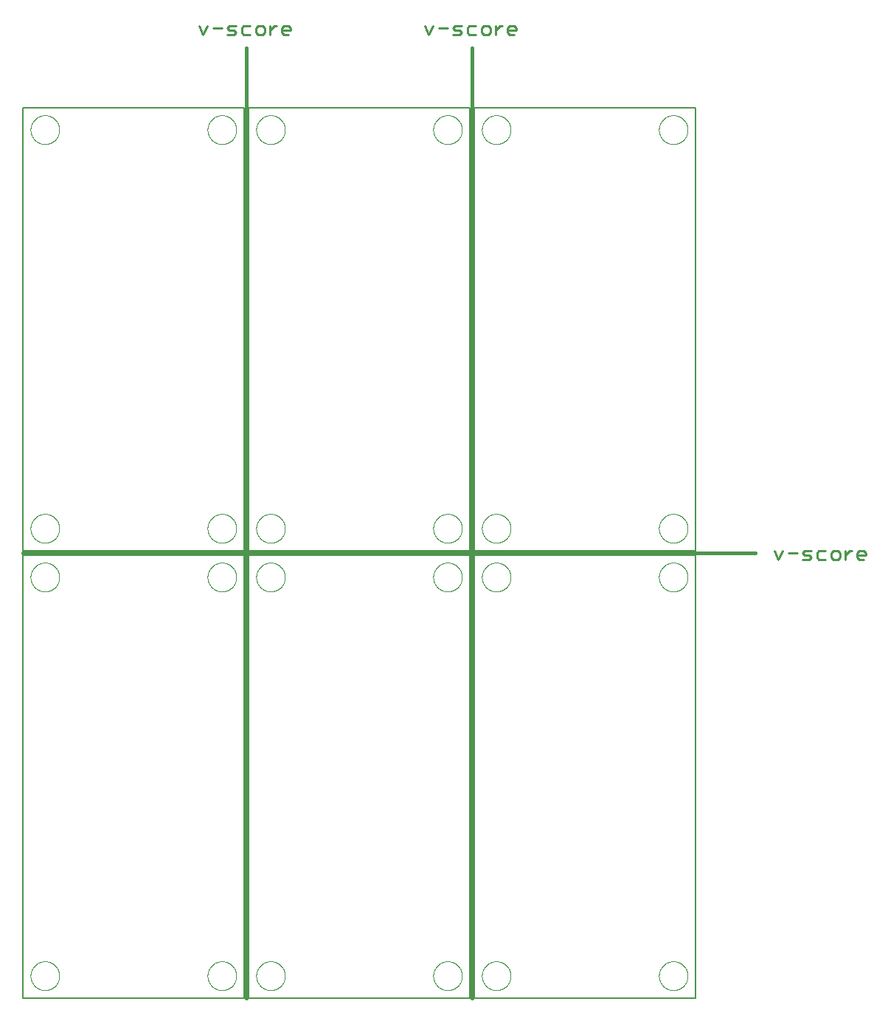
<source format=gko>
G75*
%MOIN*%
%OFA0B0*%
%FSLAX25Y25*%
%IPPOS*%
%LPD*%
%AMOC8*
5,1,8,0,0,1.08239X$1,22.5*
%
%ADD10C,0.00800*%
%ADD11C,0.01500*%
%ADD12C,0.01100*%
%ADD13C,0.00000*%
D10*
X0005059Y0002500D02*
X0005059Y0202500D01*
X0105059Y0202500D01*
X0105059Y0002500D01*
X0005059Y0002500D01*
X0107059Y0002500D02*
X0107059Y0202500D01*
X0207059Y0202500D01*
X0207059Y0002500D01*
X0107059Y0002500D01*
X0209059Y0002500D02*
X0209059Y0202500D01*
X0309059Y0202500D01*
X0309059Y0002500D01*
X0209059Y0002500D01*
X0209059Y0204500D02*
X0209059Y0404500D01*
X0309059Y0404500D01*
X0309059Y0204500D01*
X0209059Y0204500D01*
X0207059Y0204500D02*
X0207059Y0404500D01*
X0107059Y0404500D01*
X0107059Y0204500D01*
X0207059Y0204500D01*
X0105059Y0204500D02*
X0105059Y0404500D01*
X0005059Y0404500D01*
X0005059Y0204500D01*
X0105059Y0204500D01*
D11*
X0005059Y0203500D02*
X0336059Y0203500D01*
X0208059Y0002500D02*
X0208059Y0431500D01*
X0106059Y0431500D02*
X0106059Y0002500D01*
D12*
X0346556Y0200550D02*
X0348524Y0204487D01*
X0351033Y0203503D02*
X0354969Y0203503D01*
X0357478Y0203503D02*
X0358462Y0204487D01*
X0361415Y0204487D01*
X0360431Y0202518D02*
X0358462Y0202518D01*
X0357478Y0203503D01*
X0357478Y0200550D02*
X0360431Y0200550D01*
X0361415Y0201534D01*
X0360431Y0202518D01*
X0363924Y0201534D02*
X0364908Y0200550D01*
X0367860Y0200550D01*
X0370369Y0201534D02*
X0371353Y0200550D01*
X0373322Y0200550D01*
X0374306Y0201534D01*
X0374306Y0203503D01*
X0373322Y0204487D01*
X0371353Y0204487D01*
X0370369Y0203503D01*
X0370369Y0201534D01*
X0367860Y0204487D02*
X0364908Y0204487D01*
X0363924Y0203503D01*
X0363924Y0201534D01*
X0376815Y0200550D02*
X0376815Y0204487D01*
X0378783Y0204487D02*
X0379767Y0204487D01*
X0378783Y0204487D02*
X0376815Y0202518D01*
X0382186Y0202518D02*
X0386123Y0202518D01*
X0386123Y0203503D01*
X0385138Y0204487D01*
X0383170Y0204487D01*
X0382186Y0203503D01*
X0382186Y0201534D01*
X0383170Y0200550D01*
X0385138Y0200550D01*
X0346556Y0200550D02*
X0344587Y0204487D01*
X0227138Y0437550D02*
X0225170Y0437550D01*
X0224186Y0438534D01*
X0224186Y0440503D01*
X0225170Y0441487D01*
X0227138Y0441487D01*
X0228123Y0440503D01*
X0228123Y0439518D01*
X0224186Y0439518D01*
X0221767Y0441487D02*
X0220783Y0441487D01*
X0218815Y0439518D01*
X0218815Y0437550D02*
X0218815Y0441487D01*
X0216306Y0440503D02*
X0215322Y0441487D01*
X0213353Y0441487D01*
X0212369Y0440503D01*
X0212369Y0438534D01*
X0213353Y0437550D01*
X0215322Y0437550D01*
X0216306Y0438534D01*
X0216306Y0440503D01*
X0209860Y0441487D02*
X0206908Y0441487D01*
X0205924Y0440503D01*
X0205924Y0438534D01*
X0206908Y0437550D01*
X0209860Y0437550D01*
X0203415Y0438534D02*
X0202431Y0437550D01*
X0199478Y0437550D01*
X0200462Y0439518D02*
X0199478Y0440503D01*
X0200462Y0441487D01*
X0203415Y0441487D01*
X0202431Y0439518D02*
X0200462Y0439518D01*
X0202431Y0439518D02*
X0203415Y0438534D01*
X0196969Y0440503D02*
X0193033Y0440503D01*
X0190524Y0441487D02*
X0188556Y0437550D01*
X0186587Y0441487D01*
X0126123Y0440503D02*
X0126123Y0439518D01*
X0122186Y0439518D01*
X0122186Y0438534D02*
X0122186Y0440503D01*
X0123170Y0441487D01*
X0125138Y0441487D01*
X0126123Y0440503D01*
X0125138Y0437550D02*
X0123170Y0437550D01*
X0122186Y0438534D01*
X0119767Y0441487D02*
X0118783Y0441487D01*
X0116815Y0439518D01*
X0116815Y0437550D02*
X0116815Y0441487D01*
X0114306Y0440503D02*
X0113322Y0441487D01*
X0111353Y0441487D01*
X0110369Y0440503D01*
X0110369Y0438534D01*
X0111353Y0437550D01*
X0113322Y0437550D01*
X0114306Y0438534D01*
X0114306Y0440503D01*
X0107860Y0441487D02*
X0104908Y0441487D01*
X0103924Y0440503D01*
X0103924Y0438534D01*
X0104908Y0437550D01*
X0107860Y0437550D01*
X0101415Y0438534D02*
X0100431Y0437550D01*
X0097478Y0437550D01*
X0098462Y0439518D02*
X0097478Y0440503D01*
X0098462Y0441487D01*
X0101415Y0441487D01*
X0100431Y0439518D02*
X0098462Y0439518D01*
X0100431Y0439518D02*
X0101415Y0438534D01*
X0094969Y0440503D02*
X0091033Y0440503D01*
X0088524Y0441487D02*
X0086556Y0437550D01*
X0084587Y0441487D01*
D13*
X0088559Y0394500D02*
X0088561Y0394661D01*
X0088567Y0394821D01*
X0088577Y0394982D01*
X0088591Y0395142D01*
X0088609Y0395302D01*
X0088630Y0395461D01*
X0088656Y0395620D01*
X0088686Y0395778D01*
X0088719Y0395935D01*
X0088757Y0396092D01*
X0088798Y0396247D01*
X0088843Y0396401D01*
X0088892Y0396554D01*
X0088945Y0396706D01*
X0089001Y0396857D01*
X0089062Y0397006D01*
X0089125Y0397154D01*
X0089193Y0397300D01*
X0089264Y0397444D01*
X0089338Y0397586D01*
X0089416Y0397727D01*
X0089498Y0397865D01*
X0089583Y0398002D01*
X0089671Y0398136D01*
X0089763Y0398268D01*
X0089858Y0398398D01*
X0089956Y0398526D01*
X0090057Y0398651D01*
X0090161Y0398773D01*
X0090268Y0398893D01*
X0090378Y0399010D01*
X0090491Y0399125D01*
X0090607Y0399236D01*
X0090726Y0399345D01*
X0090847Y0399450D01*
X0090971Y0399553D01*
X0091097Y0399653D01*
X0091225Y0399749D01*
X0091356Y0399842D01*
X0091490Y0399932D01*
X0091625Y0400019D01*
X0091763Y0400102D01*
X0091902Y0400182D01*
X0092044Y0400258D01*
X0092187Y0400331D01*
X0092332Y0400400D01*
X0092479Y0400466D01*
X0092627Y0400528D01*
X0092777Y0400586D01*
X0092928Y0400641D01*
X0093081Y0400692D01*
X0093235Y0400739D01*
X0093390Y0400782D01*
X0093546Y0400821D01*
X0093702Y0400857D01*
X0093860Y0400888D01*
X0094018Y0400916D01*
X0094177Y0400940D01*
X0094337Y0400960D01*
X0094497Y0400976D01*
X0094657Y0400988D01*
X0094818Y0400996D01*
X0094979Y0401000D01*
X0095139Y0401000D01*
X0095300Y0400996D01*
X0095461Y0400988D01*
X0095621Y0400976D01*
X0095781Y0400960D01*
X0095941Y0400940D01*
X0096100Y0400916D01*
X0096258Y0400888D01*
X0096416Y0400857D01*
X0096572Y0400821D01*
X0096728Y0400782D01*
X0096883Y0400739D01*
X0097037Y0400692D01*
X0097190Y0400641D01*
X0097341Y0400586D01*
X0097491Y0400528D01*
X0097639Y0400466D01*
X0097786Y0400400D01*
X0097931Y0400331D01*
X0098074Y0400258D01*
X0098216Y0400182D01*
X0098355Y0400102D01*
X0098493Y0400019D01*
X0098628Y0399932D01*
X0098762Y0399842D01*
X0098893Y0399749D01*
X0099021Y0399653D01*
X0099147Y0399553D01*
X0099271Y0399450D01*
X0099392Y0399345D01*
X0099511Y0399236D01*
X0099627Y0399125D01*
X0099740Y0399010D01*
X0099850Y0398893D01*
X0099957Y0398773D01*
X0100061Y0398651D01*
X0100162Y0398526D01*
X0100260Y0398398D01*
X0100355Y0398268D01*
X0100447Y0398136D01*
X0100535Y0398002D01*
X0100620Y0397865D01*
X0100702Y0397727D01*
X0100780Y0397586D01*
X0100854Y0397444D01*
X0100925Y0397300D01*
X0100993Y0397154D01*
X0101056Y0397006D01*
X0101117Y0396857D01*
X0101173Y0396706D01*
X0101226Y0396554D01*
X0101275Y0396401D01*
X0101320Y0396247D01*
X0101361Y0396092D01*
X0101399Y0395935D01*
X0101432Y0395778D01*
X0101462Y0395620D01*
X0101488Y0395461D01*
X0101509Y0395302D01*
X0101527Y0395142D01*
X0101541Y0394982D01*
X0101551Y0394821D01*
X0101557Y0394661D01*
X0101559Y0394500D01*
X0101557Y0394339D01*
X0101551Y0394179D01*
X0101541Y0394018D01*
X0101527Y0393858D01*
X0101509Y0393698D01*
X0101488Y0393539D01*
X0101462Y0393380D01*
X0101432Y0393222D01*
X0101399Y0393065D01*
X0101361Y0392908D01*
X0101320Y0392753D01*
X0101275Y0392599D01*
X0101226Y0392446D01*
X0101173Y0392294D01*
X0101117Y0392143D01*
X0101056Y0391994D01*
X0100993Y0391846D01*
X0100925Y0391700D01*
X0100854Y0391556D01*
X0100780Y0391414D01*
X0100702Y0391273D01*
X0100620Y0391135D01*
X0100535Y0390998D01*
X0100447Y0390864D01*
X0100355Y0390732D01*
X0100260Y0390602D01*
X0100162Y0390474D01*
X0100061Y0390349D01*
X0099957Y0390227D01*
X0099850Y0390107D01*
X0099740Y0389990D01*
X0099627Y0389875D01*
X0099511Y0389764D01*
X0099392Y0389655D01*
X0099271Y0389550D01*
X0099147Y0389447D01*
X0099021Y0389347D01*
X0098893Y0389251D01*
X0098762Y0389158D01*
X0098628Y0389068D01*
X0098493Y0388981D01*
X0098355Y0388898D01*
X0098216Y0388818D01*
X0098074Y0388742D01*
X0097931Y0388669D01*
X0097786Y0388600D01*
X0097639Y0388534D01*
X0097491Y0388472D01*
X0097341Y0388414D01*
X0097190Y0388359D01*
X0097037Y0388308D01*
X0096883Y0388261D01*
X0096728Y0388218D01*
X0096572Y0388179D01*
X0096416Y0388143D01*
X0096258Y0388112D01*
X0096100Y0388084D01*
X0095941Y0388060D01*
X0095781Y0388040D01*
X0095621Y0388024D01*
X0095461Y0388012D01*
X0095300Y0388004D01*
X0095139Y0388000D01*
X0094979Y0388000D01*
X0094818Y0388004D01*
X0094657Y0388012D01*
X0094497Y0388024D01*
X0094337Y0388040D01*
X0094177Y0388060D01*
X0094018Y0388084D01*
X0093860Y0388112D01*
X0093702Y0388143D01*
X0093546Y0388179D01*
X0093390Y0388218D01*
X0093235Y0388261D01*
X0093081Y0388308D01*
X0092928Y0388359D01*
X0092777Y0388414D01*
X0092627Y0388472D01*
X0092479Y0388534D01*
X0092332Y0388600D01*
X0092187Y0388669D01*
X0092044Y0388742D01*
X0091902Y0388818D01*
X0091763Y0388898D01*
X0091625Y0388981D01*
X0091490Y0389068D01*
X0091356Y0389158D01*
X0091225Y0389251D01*
X0091097Y0389347D01*
X0090971Y0389447D01*
X0090847Y0389550D01*
X0090726Y0389655D01*
X0090607Y0389764D01*
X0090491Y0389875D01*
X0090378Y0389990D01*
X0090268Y0390107D01*
X0090161Y0390227D01*
X0090057Y0390349D01*
X0089956Y0390474D01*
X0089858Y0390602D01*
X0089763Y0390732D01*
X0089671Y0390864D01*
X0089583Y0390998D01*
X0089498Y0391135D01*
X0089416Y0391273D01*
X0089338Y0391414D01*
X0089264Y0391556D01*
X0089193Y0391700D01*
X0089125Y0391846D01*
X0089062Y0391994D01*
X0089001Y0392143D01*
X0088945Y0392294D01*
X0088892Y0392446D01*
X0088843Y0392599D01*
X0088798Y0392753D01*
X0088757Y0392908D01*
X0088719Y0393065D01*
X0088686Y0393222D01*
X0088656Y0393380D01*
X0088630Y0393539D01*
X0088609Y0393698D01*
X0088591Y0393858D01*
X0088577Y0394018D01*
X0088567Y0394179D01*
X0088561Y0394339D01*
X0088559Y0394500D01*
X0110559Y0394500D02*
X0110561Y0394661D01*
X0110567Y0394821D01*
X0110577Y0394982D01*
X0110591Y0395142D01*
X0110609Y0395302D01*
X0110630Y0395461D01*
X0110656Y0395620D01*
X0110686Y0395778D01*
X0110719Y0395935D01*
X0110757Y0396092D01*
X0110798Y0396247D01*
X0110843Y0396401D01*
X0110892Y0396554D01*
X0110945Y0396706D01*
X0111001Y0396857D01*
X0111062Y0397006D01*
X0111125Y0397154D01*
X0111193Y0397300D01*
X0111264Y0397444D01*
X0111338Y0397586D01*
X0111416Y0397727D01*
X0111498Y0397865D01*
X0111583Y0398002D01*
X0111671Y0398136D01*
X0111763Y0398268D01*
X0111858Y0398398D01*
X0111956Y0398526D01*
X0112057Y0398651D01*
X0112161Y0398773D01*
X0112268Y0398893D01*
X0112378Y0399010D01*
X0112491Y0399125D01*
X0112607Y0399236D01*
X0112726Y0399345D01*
X0112847Y0399450D01*
X0112971Y0399553D01*
X0113097Y0399653D01*
X0113225Y0399749D01*
X0113356Y0399842D01*
X0113490Y0399932D01*
X0113625Y0400019D01*
X0113763Y0400102D01*
X0113902Y0400182D01*
X0114044Y0400258D01*
X0114187Y0400331D01*
X0114332Y0400400D01*
X0114479Y0400466D01*
X0114627Y0400528D01*
X0114777Y0400586D01*
X0114928Y0400641D01*
X0115081Y0400692D01*
X0115235Y0400739D01*
X0115390Y0400782D01*
X0115546Y0400821D01*
X0115702Y0400857D01*
X0115860Y0400888D01*
X0116018Y0400916D01*
X0116177Y0400940D01*
X0116337Y0400960D01*
X0116497Y0400976D01*
X0116657Y0400988D01*
X0116818Y0400996D01*
X0116979Y0401000D01*
X0117139Y0401000D01*
X0117300Y0400996D01*
X0117461Y0400988D01*
X0117621Y0400976D01*
X0117781Y0400960D01*
X0117941Y0400940D01*
X0118100Y0400916D01*
X0118258Y0400888D01*
X0118416Y0400857D01*
X0118572Y0400821D01*
X0118728Y0400782D01*
X0118883Y0400739D01*
X0119037Y0400692D01*
X0119190Y0400641D01*
X0119341Y0400586D01*
X0119491Y0400528D01*
X0119639Y0400466D01*
X0119786Y0400400D01*
X0119931Y0400331D01*
X0120074Y0400258D01*
X0120216Y0400182D01*
X0120355Y0400102D01*
X0120493Y0400019D01*
X0120628Y0399932D01*
X0120762Y0399842D01*
X0120893Y0399749D01*
X0121021Y0399653D01*
X0121147Y0399553D01*
X0121271Y0399450D01*
X0121392Y0399345D01*
X0121511Y0399236D01*
X0121627Y0399125D01*
X0121740Y0399010D01*
X0121850Y0398893D01*
X0121957Y0398773D01*
X0122061Y0398651D01*
X0122162Y0398526D01*
X0122260Y0398398D01*
X0122355Y0398268D01*
X0122447Y0398136D01*
X0122535Y0398002D01*
X0122620Y0397865D01*
X0122702Y0397727D01*
X0122780Y0397586D01*
X0122854Y0397444D01*
X0122925Y0397300D01*
X0122993Y0397154D01*
X0123056Y0397006D01*
X0123117Y0396857D01*
X0123173Y0396706D01*
X0123226Y0396554D01*
X0123275Y0396401D01*
X0123320Y0396247D01*
X0123361Y0396092D01*
X0123399Y0395935D01*
X0123432Y0395778D01*
X0123462Y0395620D01*
X0123488Y0395461D01*
X0123509Y0395302D01*
X0123527Y0395142D01*
X0123541Y0394982D01*
X0123551Y0394821D01*
X0123557Y0394661D01*
X0123559Y0394500D01*
X0123557Y0394339D01*
X0123551Y0394179D01*
X0123541Y0394018D01*
X0123527Y0393858D01*
X0123509Y0393698D01*
X0123488Y0393539D01*
X0123462Y0393380D01*
X0123432Y0393222D01*
X0123399Y0393065D01*
X0123361Y0392908D01*
X0123320Y0392753D01*
X0123275Y0392599D01*
X0123226Y0392446D01*
X0123173Y0392294D01*
X0123117Y0392143D01*
X0123056Y0391994D01*
X0122993Y0391846D01*
X0122925Y0391700D01*
X0122854Y0391556D01*
X0122780Y0391414D01*
X0122702Y0391273D01*
X0122620Y0391135D01*
X0122535Y0390998D01*
X0122447Y0390864D01*
X0122355Y0390732D01*
X0122260Y0390602D01*
X0122162Y0390474D01*
X0122061Y0390349D01*
X0121957Y0390227D01*
X0121850Y0390107D01*
X0121740Y0389990D01*
X0121627Y0389875D01*
X0121511Y0389764D01*
X0121392Y0389655D01*
X0121271Y0389550D01*
X0121147Y0389447D01*
X0121021Y0389347D01*
X0120893Y0389251D01*
X0120762Y0389158D01*
X0120628Y0389068D01*
X0120493Y0388981D01*
X0120355Y0388898D01*
X0120216Y0388818D01*
X0120074Y0388742D01*
X0119931Y0388669D01*
X0119786Y0388600D01*
X0119639Y0388534D01*
X0119491Y0388472D01*
X0119341Y0388414D01*
X0119190Y0388359D01*
X0119037Y0388308D01*
X0118883Y0388261D01*
X0118728Y0388218D01*
X0118572Y0388179D01*
X0118416Y0388143D01*
X0118258Y0388112D01*
X0118100Y0388084D01*
X0117941Y0388060D01*
X0117781Y0388040D01*
X0117621Y0388024D01*
X0117461Y0388012D01*
X0117300Y0388004D01*
X0117139Y0388000D01*
X0116979Y0388000D01*
X0116818Y0388004D01*
X0116657Y0388012D01*
X0116497Y0388024D01*
X0116337Y0388040D01*
X0116177Y0388060D01*
X0116018Y0388084D01*
X0115860Y0388112D01*
X0115702Y0388143D01*
X0115546Y0388179D01*
X0115390Y0388218D01*
X0115235Y0388261D01*
X0115081Y0388308D01*
X0114928Y0388359D01*
X0114777Y0388414D01*
X0114627Y0388472D01*
X0114479Y0388534D01*
X0114332Y0388600D01*
X0114187Y0388669D01*
X0114044Y0388742D01*
X0113902Y0388818D01*
X0113763Y0388898D01*
X0113625Y0388981D01*
X0113490Y0389068D01*
X0113356Y0389158D01*
X0113225Y0389251D01*
X0113097Y0389347D01*
X0112971Y0389447D01*
X0112847Y0389550D01*
X0112726Y0389655D01*
X0112607Y0389764D01*
X0112491Y0389875D01*
X0112378Y0389990D01*
X0112268Y0390107D01*
X0112161Y0390227D01*
X0112057Y0390349D01*
X0111956Y0390474D01*
X0111858Y0390602D01*
X0111763Y0390732D01*
X0111671Y0390864D01*
X0111583Y0390998D01*
X0111498Y0391135D01*
X0111416Y0391273D01*
X0111338Y0391414D01*
X0111264Y0391556D01*
X0111193Y0391700D01*
X0111125Y0391846D01*
X0111062Y0391994D01*
X0111001Y0392143D01*
X0110945Y0392294D01*
X0110892Y0392446D01*
X0110843Y0392599D01*
X0110798Y0392753D01*
X0110757Y0392908D01*
X0110719Y0393065D01*
X0110686Y0393222D01*
X0110656Y0393380D01*
X0110630Y0393539D01*
X0110609Y0393698D01*
X0110591Y0393858D01*
X0110577Y0394018D01*
X0110567Y0394179D01*
X0110561Y0394339D01*
X0110559Y0394500D01*
X0190559Y0394500D02*
X0190561Y0394661D01*
X0190567Y0394821D01*
X0190577Y0394982D01*
X0190591Y0395142D01*
X0190609Y0395302D01*
X0190630Y0395461D01*
X0190656Y0395620D01*
X0190686Y0395778D01*
X0190719Y0395935D01*
X0190757Y0396092D01*
X0190798Y0396247D01*
X0190843Y0396401D01*
X0190892Y0396554D01*
X0190945Y0396706D01*
X0191001Y0396857D01*
X0191062Y0397006D01*
X0191125Y0397154D01*
X0191193Y0397300D01*
X0191264Y0397444D01*
X0191338Y0397586D01*
X0191416Y0397727D01*
X0191498Y0397865D01*
X0191583Y0398002D01*
X0191671Y0398136D01*
X0191763Y0398268D01*
X0191858Y0398398D01*
X0191956Y0398526D01*
X0192057Y0398651D01*
X0192161Y0398773D01*
X0192268Y0398893D01*
X0192378Y0399010D01*
X0192491Y0399125D01*
X0192607Y0399236D01*
X0192726Y0399345D01*
X0192847Y0399450D01*
X0192971Y0399553D01*
X0193097Y0399653D01*
X0193225Y0399749D01*
X0193356Y0399842D01*
X0193490Y0399932D01*
X0193625Y0400019D01*
X0193763Y0400102D01*
X0193902Y0400182D01*
X0194044Y0400258D01*
X0194187Y0400331D01*
X0194332Y0400400D01*
X0194479Y0400466D01*
X0194627Y0400528D01*
X0194777Y0400586D01*
X0194928Y0400641D01*
X0195081Y0400692D01*
X0195235Y0400739D01*
X0195390Y0400782D01*
X0195546Y0400821D01*
X0195702Y0400857D01*
X0195860Y0400888D01*
X0196018Y0400916D01*
X0196177Y0400940D01*
X0196337Y0400960D01*
X0196497Y0400976D01*
X0196657Y0400988D01*
X0196818Y0400996D01*
X0196979Y0401000D01*
X0197139Y0401000D01*
X0197300Y0400996D01*
X0197461Y0400988D01*
X0197621Y0400976D01*
X0197781Y0400960D01*
X0197941Y0400940D01*
X0198100Y0400916D01*
X0198258Y0400888D01*
X0198416Y0400857D01*
X0198572Y0400821D01*
X0198728Y0400782D01*
X0198883Y0400739D01*
X0199037Y0400692D01*
X0199190Y0400641D01*
X0199341Y0400586D01*
X0199491Y0400528D01*
X0199639Y0400466D01*
X0199786Y0400400D01*
X0199931Y0400331D01*
X0200074Y0400258D01*
X0200216Y0400182D01*
X0200355Y0400102D01*
X0200493Y0400019D01*
X0200628Y0399932D01*
X0200762Y0399842D01*
X0200893Y0399749D01*
X0201021Y0399653D01*
X0201147Y0399553D01*
X0201271Y0399450D01*
X0201392Y0399345D01*
X0201511Y0399236D01*
X0201627Y0399125D01*
X0201740Y0399010D01*
X0201850Y0398893D01*
X0201957Y0398773D01*
X0202061Y0398651D01*
X0202162Y0398526D01*
X0202260Y0398398D01*
X0202355Y0398268D01*
X0202447Y0398136D01*
X0202535Y0398002D01*
X0202620Y0397865D01*
X0202702Y0397727D01*
X0202780Y0397586D01*
X0202854Y0397444D01*
X0202925Y0397300D01*
X0202993Y0397154D01*
X0203056Y0397006D01*
X0203117Y0396857D01*
X0203173Y0396706D01*
X0203226Y0396554D01*
X0203275Y0396401D01*
X0203320Y0396247D01*
X0203361Y0396092D01*
X0203399Y0395935D01*
X0203432Y0395778D01*
X0203462Y0395620D01*
X0203488Y0395461D01*
X0203509Y0395302D01*
X0203527Y0395142D01*
X0203541Y0394982D01*
X0203551Y0394821D01*
X0203557Y0394661D01*
X0203559Y0394500D01*
X0203557Y0394339D01*
X0203551Y0394179D01*
X0203541Y0394018D01*
X0203527Y0393858D01*
X0203509Y0393698D01*
X0203488Y0393539D01*
X0203462Y0393380D01*
X0203432Y0393222D01*
X0203399Y0393065D01*
X0203361Y0392908D01*
X0203320Y0392753D01*
X0203275Y0392599D01*
X0203226Y0392446D01*
X0203173Y0392294D01*
X0203117Y0392143D01*
X0203056Y0391994D01*
X0202993Y0391846D01*
X0202925Y0391700D01*
X0202854Y0391556D01*
X0202780Y0391414D01*
X0202702Y0391273D01*
X0202620Y0391135D01*
X0202535Y0390998D01*
X0202447Y0390864D01*
X0202355Y0390732D01*
X0202260Y0390602D01*
X0202162Y0390474D01*
X0202061Y0390349D01*
X0201957Y0390227D01*
X0201850Y0390107D01*
X0201740Y0389990D01*
X0201627Y0389875D01*
X0201511Y0389764D01*
X0201392Y0389655D01*
X0201271Y0389550D01*
X0201147Y0389447D01*
X0201021Y0389347D01*
X0200893Y0389251D01*
X0200762Y0389158D01*
X0200628Y0389068D01*
X0200493Y0388981D01*
X0200355Y0388898D01*
X0200216Y0388818D01*
X0200074Y0388742D01*
X0199931Y0388669D01*
X0199786Y0388600D01*
X0199639Y0388534D01*
X0199491Y0388472D01*
X0199341Y0388414D01*
X0199190Y0388359D01*
X0199037Y0388308D01*
X0198883Y0388261D01*
X0198728Y0388218D01*
X0198572Y0388179D01*
X0198416Y0388143D01*
X0198258Y0388112D01*
X0198100Y0388084D01*
X0197941Y0388060D01*
X0197781Y0388040D01*
X0197621Y0388024D01*
X0197461Y0388012D01*
X0197300Y0388004D01*
X0197139Y0388000D01*
X0196979Y0388000D01*
X0196818Y0388004D01*
X0196657Y0388012D01*
X0196497Y0388024D01*
X0196337Y0388040D01*
X0196177Y0388060D01*
X0196018Y0388084D01*
X0195860Y0388112D01*
X0195702Y0388143D01*
X0195546Y0388179D01*
X0195390Y0388218D01*
X0195235Y0388261D01*
X0195081Y0388308D01*
X0194928Y0388359D01*
X0194777Y0388414D01*
X0194627Y0388472D01*
X0194479Y0388534D01*
X0194332Y0388600D01*
X0194187Y0388669D01*
X0194044Y0388742D01*
X0193902Y0388818D01*
X0193763Y0388898D01*
X0193625Y0388981D01*
X0193490Y0389068D01*
X0193356Y0389158D01*
X0193225Y0389251D01*
X0193097Y0389347D01*
X0192971Y0389447D01*
X0192847Y0389550D01*
X0192726Y0389655D01*
X0192607Y0389764D01*
X0192491Y0389875D01*
X0192378Y0389990D01*
X0192268Y0390107D01*
X0192161Y0390227D01*
X0192057Y0390349D01*
X0191956Y0390474D01*
X0191858Y0390602D01*
X0191763Y0390732D01*
X0191671Y0390864D01*
X0191583Y0390998D01*
X0191498Y0391135D01*
X0191416Y0391273D01*
X0191338Y0391414D01*
X0191264Y0391556D01*
X0191193Y0391700D01*
X0191125Y0391846D01*
X0191062Y0391994D01*
X0191001Y0392143D01*
X0190945Y0392294D01*
X0190892Y0392446D01*
X0190843Y0392599D01*
X0190798Y0392753D01*
X0190757Y0392908D01*
X0190719Y0393065D01*
X0190686Y0393222D01*
X0190656Y0393380D01*
X0190630Y0393539D01*
X0190609Y0393698D01*
X0190591Y0393858D01*
X0190577Y0394018D01*
X0190567Y0394179D01*
X0190561Y0394339D01*
X0190559Y0394500D01*
X0212559Y0394500D02*
X0212561Y0394661D01*
X0212567Y0394821D01*
X0212577Y0394982D01*
X0212591Y0395142D01*
X0212609Y0395302D01*
X0212630Y0395461D01*
X0212656Y0395620D01*
X0212686Y0395778D01*
X0212719Y0395935D01*
X0212757Y0396092D01*
X0212798Y0396247D01*
X0212843Y0396401D01*
X0212892Y0396554D01*
X0212945Y0396706D01*
X0213001Y0396857D01*
X0213062Y0397006D01*
X0213125Y0397154D01*
X0213193Y0397300D01*
X0213264Y0397444D01*
X0213338Y0397586D01*
X0213416Y0397727D01*
X0213498Y0397865D01*
X0213583Y0398002D01*
X0213671Y0398136D01*
X0213763Y0398268D01*
X0213858Y0398398D01*
X0213956Y0398526D01*
X0214057Y0398651D01*
X0214161Y0398773D01*
X0214268Y0398893D01*
X0214378Y0399010D01*
X0214491Y0399125D01*
X0214607Y0399236D01*
X0214726Y0399345D01*
X0214847Y0399450D01*
X0214971Y0399553D01*
X0215097Y0399653D01*
X0215225Y0399749D01*
X0215356Y0399842D01*
X0215490Y0399932D01*
X0215625Y0400019D01*
X0215763Y0400102D01*
X0215902Y0400182D01*
X0216044Y0400258D01*
X0216187Y0400331D01*
X0216332Y0400400D01*
X0216479Y0400466D01*
X0216627Y0400528D01*
X0216777Y0400586D01*
X0216928Y0400641D01*
X0217081Y0400692D01*
X0217235Y0400739D01*
X0217390Y0400782D01*
X0217546Y0400821D01*
X0217702Y0400857D01*
X0217860Y0400888D01*
X0218018Y0400916D01*
X0218177Y0400940D01*
X0218337Y0400960D01*
X0218497Y0400976D01*
X0218657Y0400988D01*
X0218818Y0400996D01*
X0218979Y0401000D01*
X0219139Y0401000D01*
X0219300Y0400996D01*
X0219461Y0400988D01*
X0219621Y0400976D01*
X0219781Y0400960D01*
X0219941Y0400940D01*
X0220100Y0400916D01*
X0220258Y0400888D01*
X0220416Y0400857D01*
X0220572Y0400821D01*
X0220728Y0400782D01*
X0220883Y0400739D01*
X0221037Y0400692D01*
X0221190Y0400641D01*
X0221341Y0400586D01*
X0221491Y0400528D01*
X0221639Y0400466D01*
X0221786Y0400400D01*
X0221931Y0400331D01*
X0222074Y0400258D01*
X0222216Y0400182D01*
X0222355Y0400102D01*
X0222493Y0400019D01*
X0222628Y0399932D01*
X0222762Y0399842D01*
X0222893Y0399749D01*
X0223021Y0399653D01*
X0223147Y0399553D01*
X0223271Y0399450D01*
X0223392Y0399345D01*
X0223511Y0399236D01*
X0223627Y0399125D01*
X0223740Y0399010D01*
X0223850Y0398893D01*
X0223957Y0398773D01*
X0224061Y0398651D01*
X0224162Y0398526D01*
X0224260Y0398398D01*
X0224355Y0398268D01*
X0224447Y0398136D01*
X0224535Y0398002D01*
X0224620Y0397865D01*
X0224702Y0397727D01*
X0224780Y0397586D01*
X0224854Y0397444D01*
X0224925Y0397300D01*
X0224993Y0397154D01*
X0225056Y0397006D01*
X0225117Y0396857D01*
X0225173Y0396706D01*
X0225226Y0396554D01*
X0225275Y0396401D01*
X0225320Y0396247D01*
X0225361Y0396092D01*
X0225399Y0395935D01*
X0225432Y0395778D01*
X0225462Y0395620D01*
X0225488Y0395461D01*
X0225509Y0395302D01*
X0225527Y0395142D01*
X0225541Y0394982D01*
X0225551Y0394821D01*
X0225557Y0394661D01*
X0225559Y0394500D01*
X0225557Y0394339D01*
X0225551Y0394179D01*
X0225541Y0394018D01*
X0225527Y0393858D01*
X0225509Y0393698D01*
X0225488Y0393539D01*
X0225462Y0393380D01*
X0225432Y0393222D01*
X0225399Y0393065D01*
X0225361Y0392908D01*
X0225320Y0392753D01*
X0225275Y0392599D01*
X0225226Y0392446D01*
X0225173Y0392294D01*
X0225117Y0392143D01*
X0225056Y0391994D01*
X0224993Y0391846D01*
X0224925Y0391700D01*
X0224854Y0391556D01*
X0224780Y0391414D01*
X0224702Y0391273D01*
X0224620Y0391135D01*
X0224535Y0390998D01*
X0224447Y0390864D01*
X0224355Y0390732D01*
X0224260Y0390602D01*
X0224162Y0390474D01*
X0224061Y0390349D01*
X0223957Y0390227D01*
X0223850Y0390107D01*
X0223740Y0389990D01*
X0223627Y0389875D01*
X0223511Y0389764D01*
X0223392Y0389655D01*
X0223271Y0389550D01*
X0223147Y0389447D01*
X0223021Y0389347D01*
X0222893Y0389251D01*
X0222762Y0389158D01*
X0222628Y0389068D01*
X0222493Y0388981D01*
X0222355Y0388898D01*
X0222216Y0388818D01*
X0222074Y0388742D01*
X0221931Y0388669D01*
X0221786Y0388600D01*
X0221639Y0388534D01*
X0221491Y0388472D01*
X0221341Y0388414D01*
X0221190Y0388359D01*
X0221037Y0388308D01*
X0220883Y0388261D01*
X0220728Y0388218D01*
X0220572Y0388179D01*
X0220416Y0388143D01*
X0220258Y0388112D01*
X0220100Y0388084D01*
X0219941Y0388060D01*
X0219781Y0388040D01*
X0219621Y0388024D01*
X0219461Y0388012D01*
X0219300Y0388004D01*
X0219139Y0388000D01*
X0218979Y0388000D01*
X0218818Y0388004D01*
X0218657Y0388012D01*
X0218497Y0388024D01*
X0218337Y0388040D01*
X0218177Y0388060D01*
X0218018Y0388084D01*
X0217860Y0388112D01*
X0217702Y0388143D01*
X0217546Y0388179D01*
X0217390Y0388218D01*
X0217235Y0388261D01*
X0217081Y0388308D01*
X0216928Y0388359D01*
X0216777Y0388414D01*
X0216627Y0388472D01*
X0216479Y0388534D01*
X0216332Y0388600D01*
X0216187Y0388669D01*
X0216044Y0388742D01*
X0215902Y0388818D01*
X0215763Y0388898D01*
X0215625Y0388981D01*
X0215490Y0389068D01*
X0215356Y0389158D01*
X0215225Y0389251D01*
X0215097Y0389347D01*
X0214971Y0389447D01*
X0214847Y0389550D01*
X0214726Y0389655D01*
X0214607Y0389764D01*
X0214491Y0389875D01*
X0214378Y0389990D01*
X0214268Y0390107D01*
X0214161Y0390227D01*
X0214057Y0390349D01*
X0213956Y0390474D01*
X0213858Y0390602D01*
X0213763Y0390732D01*
X0213671Y0390864D01*
X0213583Y0390998D01*
X0213498Y0391135D01*
X0213416Y0391273D01*
X0213338Y0391414D01*
X0213264Y0391556D01*
X0213193Y0391700D01*
X0213125Y0391846D01*
X0213062Y0391994D01*
X0213001Y0392143D01*
X0212945Y0392294D01*
X0212892Y0392446D01*
X0212843Y0392599D01*
X0212798Y0392753D01*
X0212757Y0392908D01*
X0212719Y0393065D01*
X0212686Y0393222D01*
X0212656Y0393380D01*
X0212630Y0393539D01*
X0212609Y0393698D01*
X0212591Y0393858D01*
X0212577Y0394018D01*
X0212567Y0394179D01*
X0212561Y0394339D01*
X0212559Y0394500D01*
X0292559Y0394500D02*
X0292561Y0394661D01*
X0292567Y0394821D01*
X0292577Y0394982D01*
X0292591Y0395142D01*
X0292609Y0395302D01*
X0292630Y0395461D01*
X0292656Y0395620D01*
X0292686Y0395778D01*
X0292719Y0395935D01*
X0292757Y0396092D01*
X0292798Y0396247D01*
X0292843Y0396401D01*
X0292892Y0396554D01*
X0292945Y0396706D01*
X0293001Y0396857D01*
X0293062Y0397006D01*
X0293125Y0397154D01*
X0293193Y0397300D01*
X0293264Y0397444D01*
X0293338Y0397586D01*
X0293416Y0397727D01*
X0293498Y0397865D01*
X0293583Y0398002D01*
X0293671Y0398136D01*
X0293763Y0398268D01*
X0293858Y0398398D01*
X0293956Y0398526D01*
X0294057Y0398651D01*
X0294161Y0398773D01*
X0294268Y0398893D01*
X0294378Y0399010D01*
X0294491Y0399125D01*
X0294607Y0399236D01*
X0294726Y0399345D01*
X0294847Y0399450D01*
X0294971Y0399553D01*
X0295097Y0399653D01*
X0295225Y0399749D01*
X0295356Y0399842D01*
X0295490Y0399932D01*
X0295625Y0400019D01*
X0295763Y0400102D01*
X0295902Y0400182D01*
X0296044Y0400258D01*
X0296187Y0400331D01*
X0296332Y0400400D01*
X0296479Y0400466D01*
X0296627Y0400528D01*
X0296777Y0400586D01*
X0296928Y0400641D01*
X0297081Y0400692D01*
X0297235Y0400739D01*
X0297390Y0400782D01*
X0297546Y0400821D01*
X0297702Y0400857D01*
X0297860Y0400888D01*
X0298018Y0400916D01*
X0298177Y0400940D01*
X0298337Y0400960D01*
X0298497Y0400976D01*
X0298657Y0400988D01*
X0298818Y0400996D01*
X0298979Y0401000D01*
X0299139Y0401000D01*
X0299300Y0400996D01*
X0299461Y0400988D01*
X0299621Y0400976D01*
X0299781Y0400960D01*
X0299941Y0400940D01*
X0300100Y0400916D01*
X0300258Y0400888D01*
X0300416Y0400857D01*
X0300572Y0400821D01*
X0300728Y0400782D01*
X0300883Y0400739D01*
X0301037Y0400692D01*
X0301190Y0400641D01*
X0301341Y0400586D01*
X0301491Y0400528D01*
X0301639Y0400466D01*
X0301786Y0400400D01*
X0301931Y0400331D01*
X0302074Y0400258D01*
X0302216Y0400182D01*
X0302355Y0400102D01*
X0302493Y0400019D01*
X0302628Y0399932D01*
X0302762Y0399842D01*
X0302893Y0399749D01*
X0303021Y0399653D01*
X0303147Y0399553D01*
X0303271Y0399450D01*
X0303392Y0399345D01*
X0303511Y0399236D01*
X0303627Y0399125D01*
X0303740Y0399010D01*
X0303850Y0398893D01*
X0303957Y0398773D01*
X0304061Y0398651D01*
X0304162Y0398526D01*
X0304260Y0398398D01*
X0304355Y0398268D01*
X0304447Y0398136D01*
X0304535Y0398002D01*
X0304620Y0397865D01*
X0304702Y0397727D01*
X0304780Y0397586D01*
X0304854Y0397444D01*
X0304925Y0397300D01*
X0304993Y0397154D01*
X0305056Y0397006D01*
X0305117Y0396857D01*
X0305173Y0396706D01*
X0305226Y0396554D01*
X0305275Y0396401D01*
X0305320Y0396247D01*
X0305361Y0396092D01*
X0305399Y0395935D01*
X0305432Y0395778D01*
X0305462Y0395620D01*
X0305488Y0395461D01*
X0305509Y0395302D01*
X0305527Y0395142D01*
X0305541Y0394982D01*
X0305551Y0394821D01*
X0305557Y0394661D01*
X0305559Y0394500D01*
X0305557Y0394339D01*
X0305551Y0394179D01*
X0305541Y0394018D01*
X0305527Y0393858D01*
X0305509Y0393698D01*
X0305488Y0393539D01*
X0305462Y0393380D01*
X0305432Y0393222D01*
X0305399Y0393065D01*
X0305361Y0392908D01*
X0305320Y0392753D01*
X0305275Y0392599D01*
X0305226Y0392446D01*
X0305173Y0392294D01*
X0305117Y0392143D01*
X0305056Y0391994D01*
X0304993Y0391846D01*
X0304925Y0391700D01*
X0304854Y0391556D01*
X0304780Y0391414D01*
X0304702Y0391273D01*
X0304620Y0391135D01*
X0304535Y0390998D01*
X0304447Y0390864D01*
X0304355Y0390732D01*
X0304260Y0390602D01*
X0304162Y0390474D01*
X0304061Y0390349D01*
X0303957Y0390227D01*
X0303850Y0390107D01*
X0303740Y0389990D01*
X0303627Y0389875D01*
X0303511Y0389764D01*
X0303392Y0389655D01*
X0303271Y0389550D01*
X0303147Y0389447D01*
X0303021Y0389347D01*
X0302893Y0389251D01*
X0302762Y0389158D01*
X0302628Y0389068D01*
X0302493Y0388981D01*
X0302355Y0388898D01*
X0302216Y0388818D01*
X0302074Y0388742D01*
X0301931Y0388669D01*
X0301786Y0388600D01*
X0301639Y0388534D01*
X0301491Y0388472D01*
X0301341Y0388414D01*
X0301190Y0388359D01*
X0301037Y0388308D01*
X0300883Y0388261D01*
X0300728Y0388218D01*
X0300572Y0388179D01*
X0300416Y0388143D01*
X0300258Y0388112D01*
X0300100Y0388084D01*
X0299941Y0388060D01*
X0299781Y0388040D01*
X0299621Y0388024D01*
X0299461Y0388012D01*
X0299300Y0388004D01*
X0299139Y0388000D01*
X0298979Y0388000D01*
X0298818Y0388004D01*
X0298657Y0388012D01*
X0298497Y0388024D01*
X0298337Y0388040D01*
X0298177Y0388060D01*
X0298018Y0388084D01*
X0297860Y0388112D01*
X0297702Y0388143D01*
X0297546Y0388179D01*
X0297390Y0388218D01*
X0297235Y0388261D01*
X0297081Y0388308D01*
X0296928Y0388359D01*
X0296777Y0388414D01*
X0296627Y0388472D01*
X0296479Y0388534D01*
X0296332Y0388600D01*
X0296187Y0388669D01*
X0296044Y0388742D01*
X0295902Y0388818D01*
X0295763Y0388898D01*
X0295625Y0388981D01*
X0295490Y0389068D01*
X0295356Y0389158D01*
X0295225Y0389251D01*
X0295097Y0389347D01*
X0294971Y0389447D01*
X0294847Y0389550D01*
X0294726Y0389655D01*
X0294607Y0389764D01*
X0294491Y0389875D01*
X0294378Y0389990D01*
X0294268Y0390107D01*
X0294161Y0390227D01*
X0294057Y0390349D01*
X0293956Y0390474D01*
X0293858Y0390602D01*
X0293763Y0390732D01*
X0293671Y0390864D01*
X0293583Y0390998D01*
X0293498Y0391135D01*
X0293416Y0391273D01*
X0293338Y0391414D01*
X0293264Y0391556D01*
X0293193Y0391700D01*
X0293125Y0391846D01*
X0293062Y0391994D01*
X0293001Y0392143D01*
X0292945Y0392294D01*
X0292892Y0392446D01*
X0292843Y0392599D01*
X0292798Y0392753D01*
X0292757Y0392908D01*
X0292719Y0393065D01*
X0292686Y0393222D01*
X0292656Y0393380D01*
X0292630Y0393539D01*
X0292609Y0393698D01*
X0292591Y0393858D01*
X0292577Y0394018D01*
X0292567Y0394179D01*
X0292561Y0394339D01*
X0292559Y0394500D01*
X0292559Y0214500D02*
X0292561Y0214661D01*
X0292567Y0214821D01*
X0292577Y0214982D01*
X0292591Y0215142D01*
X0292609Y0215302D01*
X0292630Y0215461D01*
X0292656Y0215620D01*
X0292686Y0215778D01*
X0292719Y0215935D01*
X0292757Y0216092D01*
X0292798Y0216247D01*
X0292843Y0216401D01*
X0292892Y0216554D01*
X0292945Y0216706D01*
X0293001Y0216857D01*
X0293062Y0217006D01*
X0293125Y0217154D01*
X0293193Y0217300D01*
X0293264Y0217444D01*
X0293338Y0217586D01*
X0293416Y0217727D01*
X0293498Y0217865D01*
X0293583Y0218002D01*
X0293671Y0218136D01*
X0293763Y0218268D01*
X0293858Y0218398D01*
X0293956Y0218526D01*
X0294057Y0218651D01*
X0294161Y0218773D01*
X0294268Y0218893D01*
X0294378Y0219010D01*
X0294491Y0219125D01*
X0294607Y0219236D01*
X0294726Y0219345D01*
X0294847Y0219450D01*
X0294971Y0219553D01*
X0295097Y0219653D01*
X0295225Y0219749D01*
X0295356Y0219842D01*
X0295490Y0219932D01*
X0295625Y0220019D01*
X0295763Y0220102D01*
X0295902Y0220182D01*
X0296044Y0220258D01*
X0296187Y0220331D01*
X0296332Y0220400D01*
X0296479Y0220466D01*
X0296627Y0220528D01*
X0296777Y0220586D01*
X0296928Y0220641D01*
X0297081Y0220692D01*
X0297235Y0220739D01*
X0297390Y0220782D01*
X0297546Y0220821D01*
X0297702Y0220857D01*
X0297860Y0220888D01*
X0298018Y0220916D01*
X0298177Y0220940D01*
X0298337Y0220960D01*
X0298497Y0220976D01*
X0298657Y0220988D01*
X0298818Y0220996D01*
X0298979Y0221000D01*
X0299139Y0221000D01*
X0299300Y0220996D01*
X0299461Y0220988D01*
X0299621Y0220976D01*
X0299781Y0220960D01*
X0299941Y0220940D01*
X0300100Y0220916D01*
X0300258Y0220888D01*
X0300416Y0220857D01*
X0300572Y0220821D01*
X0300728Y0220782D01*
X0300883Y0220739D01*
X0301037Y0220692D01*
X0301190Y0220641D01*
X0301341Y0220586D01*
X0301491Y0220528D01*
X0301639Y0220466D01*
X0301786Y0220400D01*
X0301931Y0220331D01*
X0302074Y0220258D01*
X0302216Y0220182D01*
X0302355Y0220102D01*
X0302493Y0220019D01*
X0302628Y0219932D01*
X0302762Y0219842D01*
X0302893Y0219749D01*
X0303021Y0219653D01*
X0303147Y0219553D01*
X0303271Y0219450D01*
X0303392Y0219345D01*
X0303511Y0219236D01*
X0303627Y0219125D01*
X0303740Y0219010D01*
X0303850Y0218893D01*
X0303957Y0218773D01*
X0304061Y0218651D01*
X0304162Y0218526D01*
X0304260Y0218398D01*
X0304355Y0218268D01*
X0304447Y0218136D01*
X0304535Y0218002D01*
X0304620Y0217865D01*
X0304702Y0217727D01*
X0304780Y0217586D01*
X0304854Y0217444D01*
X0304925Y0217300D01*
X0304993Y0217154D01*
X0305056Y0217006D01*
X0305117Y0216857D01*
X0305173Y0216706D01*
X0305226Y0216554D01*
X0305275Y0216401D01*
X0305320Y0216247D01*
X0305361Y0216092D01*
X0305399Y0215935D01*
X0305432Y0215778D01*
X0305462Y0215620D01*
X0305488Y0215461D01*
X0305509Y0215302D01*
X0305527Y0215142D01*
X0305541Y0214982D01*
X0305551Y0214821D01*
X0305557Y0214661D01*
X0305559Y0214500D01*
X0305557Y0214339D01*
X0305551Y0214179D01*
X0305541Y0214018D01*
X0305527Y0213858D01*
X0305509Y0213698D01*
X0305488Y0213539D01*
X0305462Y0213380D01*
X0305432Y0213222D01*
X0305399Y0213065D01*
X0305361Y0212908D01*
X0305320Y0212753D01*
X0305275Y0212599D01*
X0305226Y0212446D01*
X0305173Y0212294D01*
X0305117Y0212143D01*
X0305056Y0211994D01*
X0304993Y0211846D01*
X0304925Y0211700D01*
X0304854Y0211556D01*
X0304780Y0211414D01*
X0304702Y0211273D01*
X0304620Y0211135D01*
X0304535Y0210998D01*
X0304447Y0210864D01*
X0304355Y0210732D01*
X0304260Y0210602D01*
X0304162Y0210474D01*
X0304061Y0210349D01*
X0303957Y0210227D01*
X0303850Y0210107D01*
X0303740Y0209990D01*
X0303627Y0209875D01*
X0303511Y0209764D01*
X0303392Y0209655D01*
X0303271Y0209550D01*
X0303147Y0209447D01*
X0303021Y0209347D01*
X0302893Y0209251D01*
X0302762Y0209158D01*
X0302628Y0209068D01*
X0302493Y0208981D01*
X0302355Y0208898D01*
X0302216Y0208818D01*
X0302074Y0208742D01*
X0301931Y0208669D01*
X0301786Y0208600D01*
X0301639Y0208534D01*
X0301491Y0208472D01*
X0301341Y0208414D01*
X0301190Y0208359D01*
X0301037Y0208308D01*
X0300883Y0208261D01*
X0300728Y0208218D01*
X0300572Y0208179D01*
X0300416Y0208143D01*
X0300258Y0208112D01*
X0300100Y0208084D01*
X0299941Y0208060D01*
X0299781Y0208040D01*
X0299621Y0208024D01*
X0299461Y0208012D01*
X0299300Y0208004D01*
X0299139Y0208000D01*
X0298979Y0208000D01*
X0298818Y0208004D01*
X0298657Y0208012D01*
X0298497Y0208024D01*
X0298337Y0208040D01*
X0298177Y0208060D01*
X0298018Y0208084D01*
X0297860Y0208112D01*
X0297702Y0208143D01*
X0297546Y0208179D01*
X0297390Y0208218D01*
X0297235Y0208261D01*
X0297081Y0208308D01*
X0296928Y0208359D01*
X0296777Y0208414D01*
X0296627Y0208472D01*
X0296479Y0208534D01*
X0296332Y0208600D01*
X0296187Y0208669D01*
X0296044Y0208742D01*
X0295902Y0208818D01*
X0295763Y0208898D01*
X0295625Y0208981D01*
X0295490Y0209068D01*
X0295356Y0209158D01*
X0295225Y0209251D01*
X0295097Y0209347D01*
X0294971Y0209447D01*
X0294847Y0209550D01*
X0294726Y0209655D01*
X0294607Y0209764D01*
X0294491Y0209875D01*
X0294378Y0209990D01*
X0294268Y0210107D01*
X0294161Y0210227D01*
X0294057Y0210349D01*
X0293956Y0210474D01*
X0293858Y0210602D01*
X0293763Y0210732D01*
X0293671Y0210864D01*
X0293583Y0210998D01*
X0293498Y0211135D01*
X0293416Y0211273D01*
X0293338Y0211414D01*
X0293264Y0211556D01*
X0293193Y0211700D01*
X0293125Y0211846D01*
X0293062Y0211994D01*
X0293001Y0212143D01*
X0292945Y0212294D01*
X0292892Y0212446D01*
X0292843Y0212599D01*
X0292798Y0212753D01*
X0292757Y0212908D01*
X0292719Y0213065D01*
X0292686Y0213222D01*
X0292656Y0213380D01*
X0292630Y0213539D01*
X0292609Y0213698D01*
X0292591Y0213858D01*
X0292577Y0214018D01*
X0292567Y0214179D01*
X0292561Y0214339D01*
X0292559Y0214500D01*
X0292559Y0192500D02*
X0292561Y0192661D01*
X0292567Y0192821D01*
X0292577Y0192982D01*
X0292591Y0193142D01*
X0292609Y0193302D01*
X0292630Y0193461D01*
X0292656Y0193620D01*
X0292686Y0193778D01*
X0292719Y0193935D01*
X0292757Y0194092D01*
X0292798Y0194247D01*
X0292843Y0194401D01*
X0292892Y0194554D01*
X0292945Y0194706D01*
X0293001Y0194857D01*
X0293062Y0195006D01*
X0293125Y0195154D01*
X0293193Y0195300D01*
X0293264Y0195444D01*
X0293338Y0195586D01*
X0293416Y0195727D01*
X0293498Y0195865D01*
X0293583Y0196002D01*
X0293671Y0196136D01*
X0293763Y0196268D01*
X0293858Y0196398D01*
X0293956Y0196526D01*
X0294057Y0196651D01*
X0294161Y0196773D01*
X0294268Y0196893D01*
X0294378Y0197010D01*
X0294491Y0197125D01*
X0294607Y0197236D01*
X0294726Y0197345D01*
X0294847Y0197450D01*
X0294971Y0197553D01*
X0295097Y0197653D01*
X0295225Y0197749D01*
X0295356Y0197842D01*
X0295490Y0197932D01*
X0295625Y0198019D01*
X0295763Y0198102D01*
X0295902Y0198182D01*
X0296044Y0198258D01*
X0296187Y0198331D01*
X0296332Y0198400D01*
X0296479Y0198466D01*
X0296627Y0198528D01*
X0296777Y0198586D01*
X0296928Y0198641D01*
X0297081Y0198692D01*
X0297235Y0198739D01*
X0297390Y0198782D01*
X0297546Y0198821D01*
X0297702Y0198857D01*
X0297860Y0198888D01*
X0298018Y0198916D01*
X0298177Y0198940D01*
X0298337Y0198960D01*
X0298497Y0198976D01*
X0298657Y0198988D01*
X0298818Y0198996D01*
X0298979Y0199000D01*
X0299139Y0199000D01*
X0299300Y0198996D01*
X0299461Y0198988D01*
X0299621Y0198976D01*
X0299781Y0198960D01*
X0299941Y0198940D01*
X0300100Y0198916D01*
X0300258Y0198888D01*
X0300416Y0198857D01*
X0300572Y0198821D01*
X0300728Y0198782D01*
X0300883Y0198739D01*
X0301037Y0198692D01*
X0301190Y0198641D01*
X0301341Y0198586D01*
X0301491Y0198528D01*
X0301639Y0198466D01*
X0301786Y0198400D01*
X0301931Y0198331D01*
X0302074Y0198258D01*
X0302216Y0198182D01*
X0302355Y0198102D01*
X0302493Y0198019D01*
X0302628Y0197932D01*
X0302762Y0197842D01*
X0302893Y0197749D01*
X0303021Y0197653D01*
X0303147Y0197553D01*
X0303271Y0197450D01*
X0303392Y0197345D01*
X0303511Y0197236D01*
X0303627Y0197125D01*
X0303740Y0197010D01*
X0303850Y0196893D01*
X0303957Y0196773D01*
X0304061Y0196651D01*
X0304162Y0196526D01*
X0304260Y0196398D01*
X0304355Y0196268D01*
X0304447Y0196136D01*
X0304535Y0196002D01*
X0304620Y0195865D01*
X0304702Y0195727D01*
X0304780Y0195586D01*
X0304854Y0195444D01*
X0304925Y0195300D01*
X0304993Y0195154D01*
X0305056Y0195006D01*
X0305117Y0194857D01*
X0305173Y0194706D01*
X0305226Y0194554D01*
X0305275Y0194401D01*
X0305320Y0194247D01*
X0305361Y0194092D01*
X0305399Y0193935D01*
X0305432Y0193778D01*
X0305462Y0193620D01*
X0305488Y0193461D01*
X0305509Y0193302D01*
X0305527Y0193142D01*
X0305541Y0192982D01*
X0305551Y0192821D01*
X0305557Y0192661D01*
X0305559Y0192500D01*
X0305557Y0192339D01*
X0305551Y0192179D01*
X0305541Y0192018D01*
X0305527Y0191858D01*
X0305509Y0191698D01*
X0305488Y0191539D01*
X0305462Y0191380D01*
X0305432Y0191222D01*
X0305399Y0191065D01*
X0305361Y0190908D01*
X0305320Y0190753D01*
X0305275Y0190599D01*
X0305226Y0190446D01*
X0305173Y0190294D01*
X0305117Y0190143D01*
X0305056Y0189994D01*
X0304993Y0189846D01*
X0304925Y0189700D01*
X0304854Y0189556D01*
X0304780Y0189414D01*
X0304702Y0189273D01*
X0304620Y0189135D01*
X0304535Y0188998D01*
X0304447Y0188864D01*
X0304355Y0188732D01*
X0304260Y0188602D01*
X0304162Y0188474D01*
X0304061Y0188349D01*
X0303957Y0188227D01*
X0303850Y0188107D01*
X0303740Y0187990D01*
X0303627Y0187875D01*
X0303511Y0187764D01*
X0303392Y0187655D01*
X0303271Y0187550D01*
X0303147Y0187447D01*
X0303021Y0187347D01*
X0302893Y0187251D01*
X0302762Y0187158D01*
X0302628Y0187068D01*
X0302493Y0186981D01*
X0302355Y0186898D01*
X0302216Y0186818D01*
X0302074Y0186742D01*
X0301931Y0186669D01*
X0301786Y0186600D01*
X0301639Y0186534D01*
X0301491Y0186472D01*
X0301341Y0186414D01*
X0301190Y0186359D01*
X0301037Y0186308D01*
X0300883Y0186261D01*
X0300728Y0186218D01*
X0300572Y0186179D01*
X0300416Y0186143D01*
X0300258Y0186112D01*
X0300100Y0186084D01*
X0299941Y0186060D01*
X0299781Y0186040D01*
X0299621Y0186024D01*
X0299461Y0186012D01*
X0299300Y0186004D01*
X0299139Y0186000D01*
X0298979Y0186000D01*
X0298818Y0186004D01*
X0298657Y0186012D01*
X0298497Y0186024D01*
X0298337Y0186040D01*
X0298177Y0186060D01*
X0298018Y0186084D01*
X0297860Y0186112D01*
X0297702Y0186143D01*
X0297546Y0186179D01*
X0297390Y0186218D01*
X0297235Y0186261D01*
X0297081Y0186308D01*
X0296928Y0186359D01*
X0296777Y0186414D01*
X0296627Y0186472D01*
X0296479Y0186534D01*
X0296332Y0186600D01*
X0296187Y0186669D01*
X0296044Y0186742D01*
X0295902Y0186818D01*
X0295763Y0186898D01*
X0295625Y0186981D01*
X0295490Y0187068D01*
X0295356Y0187158D01*
X0295225Y0187251D01*
X0295097Y0187347D01*
X0294971Y0187447D01*
X0294847Y0187550D01*
X0294726Y0187655D01*
X0294607Y0187764D01*
X0294491Y0187875D01*
X0294378Y0187990D01*
X0294268Y0188107D01*
X0294161Y0188227D01*
X0294057Y0188349D01*
X0293956Y0188474D01*
X0293858Y0188602D01*
X0293763Y0188732D01*
X0293671Y0188864D01*
X0293583Y0188998D01*
X0293498Y0189135D01*
X0293416Y0189273D01*
X0293338Y0189414D01*
X0293264Y0189556D01*
X0293193Y0189700D01*
X0293125Y0189846D01*
X0293062Y0189994D01*
X0293001Y0190143D01*
X0292945Y0190294D01*
X0292892Y0190446D01*
X0292843Y0190599D01*
X0292798Y0190753D01*
X0292757Y0190908D01*
X0292719Y0191065D01*
X0292686Y0191222D01*
X0292656Y0191380D01*
X0292630Y0191539D01*
X0292609Y0191698D01*
X0292591Y0191858D01*
X0292577Y0192018D01*
X0292567Y0192179D01*
X0292561Y0192339D01*
X0292559Y0192500D01*
X0212559Y0192500D02*
X0212561Y0192661D01*
X0212567Y0192821D01*
X0212577Y0192982D01*
X0212591Y0193142D01*
X0212609Y0193302D01*
X0212630Y0193461D01*
X0212656Y0193620D01*
X0212686Y0193778D01*
X0212719Y0193935D01*
X0212757Y0194092D01*
X0212798Y0194247D01*
X0212843Y0194401D01*
X0212892Y0194554D01*
X0212945Y0194706D01*
X0213001Y0194857D01*
X0213062Y0195006D01*
X0213125Y0195154D01*
X0213193Y0195300D01*
X0213264Y0195444D01*
X0213338Y0195586D01*
X0213416Y0195727D01*
X0213498Y0195865D01*
X0213583Y0196002D01*
X0213671Y0196136D01*
X0213763Y0196268D01*
X0213858Y0196398D01*
X0213956Y0196526D01*
X0214057Y0196651D01*
X0214161Y0196773D01*
X0214268Y0196893D01*
X0214378Y0197010D01*
X0214491Y0197125D01*
X0214607Y0197236D01*
X0214726Y0197345D01*
X0214847Y0197450D01*
X0214971Y0197553D01*
X0215097Y0197653D01*
X0215225Y0197749D01*
X0215356Y0197842D01*
X0215490Y0197932D01*
X0215625Y0198019D01*
X0215763Y0198102D01*
X0215902Y0198182D01*
X0216044Y0198258D01*
X0216187Y0198331D01*
X0216332Y0198400D01*
X0216479Y0198466D01*
X0216627Y0198528D01*
X0216777Y0198586D01*
X0216928Y0198641D01*
X0217081Y0198692D01*
X0217235Y0198739D01*
X0217390Y0198782D01*
X0217546Y0198821D01*
X0217702Y0198857D01*
X0217860Y0198888D01*
X0218018Y0198916D01*
X0218177Y0198940D01*
X0218337Y0198960D01*
X0218497Y0198976D01*
X0218657Y0198988D01*
X0218818Y0198996D01*
X0218979Y0199000D01*
X0219139Y0199000D01*
X0219300Y0198996D01*
X0219461Y0198988D01*
X0219621Y0198976D01*
X0219781Y0198960D01*
X0219941Y0198940D01*
X0220100Y0198916D01*
X0220258Y0198888D01*
X0220416Y0198857D01*
X0220572Y0198821D01*
X0220728Y0198782D01*
X0220883Y0198739D01*
X0221037Y0198692D01*
X0221190Y0198641D01*
X0221341Y0198586D01*
X0221491Y0198528D01*
X0221639Y0198466D01*
X0221786Y0198400D01*
X0221931Y0198331D01*
X0222074Y0198258D01*
X0222216Y0198182D01*
X0222355Y0198102D01*
X0222493Y0198019D01*
X0222628Y0197932D01*
X0222762Y0197842D01*
X0222893Y0197749D01*
X0223021Y0197653D01*
X0223147Y0197553D01*
X0223271Y0197450D01*
X0223392Y0197345D01*
X0223511Y0197236D01*
X0223627Y0197125D01*
X0223740Y0197010D01*
X0223850Y0196893D01*
X0223957Y0196773D01*
X0224061Y0196651D01*
X0224162Y0196526D01*
X0224260Y0196398D01*
X0224355Y0196268D01*
X0224447Y0196136D01*
X0224535Y0196002D01*
X0224620Y0195865D01*
X0224702Y0195727D01*
X0224780Y0195586D01*
X0224854Y0195444D01*
X0224925Y0195300D01*
X0224993Y0195154D01*
X0225056Y0195006D01*
X0225117Y0194857D01*
X0225173Y0194706D01*
X0225226Y0194554D01*
X0225275Y0194401D01*
X0225320Y0194247D01*
X0225361Y0194092D01*
X0225399Y0193935D01*
X0225432Y0193778D01*
X0225462Y0193620D01*
X0225488Y0193461D01*
X0225509Y0193302D01*
X0225527Y0193142D01*
X0225541Y0192982D01*
X0225551Y0192821D01*
X0225557Y0192661D01*
X0225559Y0192500D01*
X0225557Y0192339D01*
X0225551Y0192179D01*
X0225541Y0192018D01*
X0225527Y0191858D01*
X0225509Y0191698D01*
X0225488Y0191539D01*
X0225462Y0191380D01*
X0225432Y0191222D01*
X0225399Y0191065D01*
X0225361Y0190908D01*
X0225320Y0190753D01*
X0225275Y0190599D01*
X0225226Y0190446D01*
X0225173Y0190294D01*
X0225117Y0190143D01*
X0225056Y0189994D01*
X0224993Y0189846D01*
X0224925Y0189700D01*
X0224854Y0189556D01*
X0224780Y0189414D01*
X0224702Y0189273D01*
X0224620Y0189135D01*
X0224535Y0188998D01*
X0224447Y0188864D01*
X0224355Y0188732D01*
X0224260Y0188602D01*
X0224162Y0188474D01*
X0224061Y0188349D01*
X0223957Y0188227D01*
X0223850Y0188107D01*
X0223740Y0187990D01*
X0223627Y0187875D01*
X0223511Y0187764D01*
X0223392Y0187655D01*
X0223271Y0187550D01*
X0223147Y0187447D01*
X0223021Y0187347D01*
X0222893Y0187251D01*
X0222762Y0187158D01*
X0222628Y0187068D01*
X0222493Y0186981D01*
X0222355Y0186898D01*
X0222216Y0186818D01*
X0222074Y0186742D01*
X0221931Y0186669D01*
X0221786Y0186600D01*
X0221639Y0186534D01*
X0221491Y0186472D01*
X0221341Y0186414D01*
X0221190Y0186359D01*
X0221037Y0186308D01*
X0220883Y0186261D01*
X0220728Y0186218D01*
X0220572Y0186179D01*
X0220416Y0186143D01*
X0220258Y0186112D01*
X0220100Y0186084D01*
X0219941Y0186060D01*
X0219781Y0186040D01*
X0219621Y0186024D01*
X0219461Y0186012D01*
X0219300Y0186004D01*
X0219139Y0186000D01*
X0218979Y0186000D01*
X0218818Y0186004D01*
X0218657Y0186012D01*
X0218497Y0186024D01*
X0218337Y0186040D01*
X0218177Y0186060D01*
X0218018Y0186084D01*
X0217860Y0186112D01*
X0217702Y0186143D01*
X0217546Y0186179D01*
X0217390Y0186218D01*
X0217235Y0186261D01*
X0217081Y0186308D01*
X0216928Y0186359D01*
X0216777Y0186414D01*
X0216627Y0186472D01*
X0216479Y0186534D01*
X0216332Y0186600D01*
X0216187Y0186669D01*
X0216044Y0186742D01*
X0215902Y0186818D01*
X0215763Y0186898D01*
X0215625Y0186981D01*
X0215490Y0187068D01*
X0215356Y0187158D01*
X0215225Y0187251D01*
X0215097Y0187347D01*
X0214971Y0187447D01*
X0214847Y0187550D01*
X0214726Y0187655D01*
X0214607Y0187764D01*
X0214491Y0187875D01*
X0214378Y0187990D01*
X0214268Y0188107D01*
X0214161Y0188227D01*
X0214057Y0188349D01*
X0213956Y0188474D01*
X0213858Y0188602D01*
X0213763Y0188732D01*
X0213671Y0188864D01*
X0213583Y0188998D01*
X0213498Y0189135D01*
X0213416Y0189273D01*
X0213338Y0189414D01*
X0213264Y0189556D01*
X0213193Y0189700D01*
X0213125Y0189846D01*
X0213062Y0189994D01*
X0213001Y0190143D01*
X0212945Y0190294D01*
X0212892Y0190446D01*
X0212843Y0190599D01*
X0212798Y0190753D01*
X0212757Y0190908D01*
X0212719Y0191065D01*
X0212686Y0191222D01*
X0212656Y0191380D01*
X0212630Y0191539D01*
X0212609Y0191698D01*
X0212591Y0191858D01*
X0212577Y0192018D01*
X0212567Y0192179D01*
X0212561Y0192339D01*
X0212559Y0192500D01*
X0190559Y0192500D02*
X0190561Y0192661D01*
X0190567Y0192821D01*
X0190577Y0192982D01*
X0190591Y0193142D01*
X0190609Y0193302D01*
X0190630Y0193461D01*
X0190656Y0193620D01*
X0190686Y0193778D01*
X0190719Y0193935D01*
X0190757Y0194092D01*
X0190798Y0194247D01*
X0190843Y0194401D01*
X0190892Y0194554D01*
X0190945Y0194706D01*
X0191001Y0194857D01*
X0191062Y0195006D01*
X0191125Y0195154D01*
X0191193Y0195300D01*
X0191264Y0195444D01*
X0191338Y0195586D01*
X0191416Y0195727D01*
X0191498Y0195865D01*
X0191583Y0196002D01*
X0191671Y0196136D01*
X0191763Y0196268D01*
X0191858Y0196398D01*
X0191956Y0196526D01*
X0192057Y0196651D01*
X0192161Y0196773D01*
X0192268Y0196893D01*
X0192378Y0197010D01*
X0192491Y0197125D01*
X0192607Y0197236D01*
X0192726Y0197345D01*
X0192847Y0197450D01*
X0192971Y0197553D01*
X0193097Y0197653D01*
X0193225Y0197749D01*
X0193356Y0197842D01*
X0193490Y0197932D01*
X0193625Y0198019D01*
X0193763Y0198102D01*
X0193902Y0198182D01*
X0194044Y0198258D01*
X0194187Y0198331D01*
X0194332Y0198400D01*
X0194479Y0198466D01*
X0194627Y0198528D01*
X0194777Y0198586D01*
X0194928Y0198641D01*
X0195081Y0198692D01*
X0195235Y0198739D01*
X0195390Y0198782D01*
X0195546Y0198821D01*
X0195702Y0198857D01*
X0195860Y0198888D01*
X0196018Y0198916D01*
X0196177Y0198940D01*
X0196337Y0198960D01*
X0196497Y0198976D01*
X0196657Y0198988D01*
X0196818Y0198996D01*
X0196979Y0199000D01*
X0197139Y0199000D01*
X0197300Y0198996D01*
X0197461Y0198988D01*
X0197621Y0198976D01*
X0197781Y0198960D01*
X0197941Y0198940D01*
X0198100Y0198916D01*
X0198258Y0198888D01*
X0198416Y0198857D01*
X0198572Y0198821D01*
X0198728Y0198782D01*
X0198883Y0198739D01*
X0199037Y0198692D01*
X0199190Y0198641D01*
X0199341Y0198586D01*
X0199491Y0198528D01*
X0199639Y0198466D01*
X0199786Y0198400D01*
X0199931Y0198331D01*
X0200074Y0198258D01*
X0200216Y0198182D01*
X0200355Y0198102D01*
X0200493Y0198019D01*
X0200628Y0197932D01*
X0200762Y0197842D01*
X0200893Y0197749D01*
X0201021Y0197653D01*
X0201147Y0197553D01*
X0201271Y0197450D01*
X0201392Y0197345D01*
X0201511Y0197236D01*
X0201627Y0197125D01*
X0201740Y0197010D01*
X0201850Y0196893D01*
X0201957Y0196773D01*
X0202061Y0196651D01*
X0202162Y0196526D01*
X0202260Y0196398D01*
X0202355Y0196268D01*
X0202447Y0196136D01*
X0202535Y0196002D01*
X0202620Y0195865D01*
X0202702Y0195727D01*
X0202780Y0195586D01*
X0202854Y0195444D01*
X0202925Y0195300D01*
X0202993Y0195154D01*
X0203056Y0195006D01*
X0203117Y0194857D01*
X0203173Y0194706D01*
X0203226Y0194554D01*
X0203275Y0194401D01*
X0203320Y0194247D01*
X0203361Y0194092D01*
X0203399Y0193935D01*
X0203432Y0193778D01*
X0203462Y0193620D01*
X0203488Y0193461D01*
X0203509Y0193302D01*
X0203527Y0193142D01*
X0203541Y0192982D01*
X0203551Y0192821D01*
X0203557Y0192661D01*
X0203559Y0192500D01*
X0203557Y0192339D01*
X0203551Y0192179D01*
X0203541Y0192018D01*
X0203527Y0191858D01*
X0203509Y0191698D01*
X0203488Y0191539D01*
X0203462Y0191380D01*
X0203432Y0191222D01*
X0203399Y0191065D01*
X0203361Y0190908D01*
X0203320Y0190753D01*
X0203275Y0190599D01*
X0203226Y0190446D01*
X0203173Y0190294D01*
X0203117Y0190143D01*
X0203056Y0189994D01*
X0202993Y0189846D01*
X0202925Y0189700D01*
X0202854Y0189556D01*
X0202780Y0189414D01*
X0202702Y0189273D01*
X0202620Y0189135D01*
X0202535Y0188998D01*
X0202447Y0188864D01*
X0202355Y0188732D01*
X0202260Y0188602D01*
X0202162Y0188474D01*
X0202061Y0188349D01*
X0201957Y0188227D01*
X0201850Y0188107D01*
X0201740Y0187990D01*
X0201627Y0187875D01*
X0201511Y0187764D01*
X0201392Y0187655D01*
X0201271Y0187550D01*
X0201147Y0187447D01*
X0201021Y0187347D01*
X0200893Y0187251D01*
X0200762Y0187158D01*
X0200628Y0187068D01*
X0200493Y0186981D01*
X0200355Y0186898D01*
X0200216Y0186818D01*
X0200074Y0186742D01*
X0199931Y0186669D01*
X0199786Y0186600D01*
X0199639Y0186534D01*
X0199491Y0186472D01*
X0199341Y0186414D01*
X0199190Y0186359D01*
X0199037Y0186308D01*
X0198883Y0186261D01*
X0198728Y0186218D01*
X0198572Y0186179D01*
X0198416Y0186143D01*
X0198258Y0186112D01*
X0198100Y0186084D01*
X0197941Y0186060D01*
X0197781Y0186040D01*
X0197621Y0186024D01*
X0197461Y0186012D01*
X0197300Y0186004D01*
X0197139Y0186000D01*
X0196979Y0186000D01*
X0196818Y0186004D01*
X0196657Y0186012D01*
X0196497Y0186024D01*
X0196337Y0186040D01*
X0196177Y0186060D01*
X0196018Y0186084D01*
X0195860Y0186112D01*
X0195702Y0186143D01*
X0195546Y0186179D01*
X0195390Y0186218D01*
X0195235Y0186261D01*
X0195081Y0186308D01*
X0194928Y0186359D01*
X0194777Y0186414D01*
X0194627Y0186472D01*
X0194479Y0186534D01*
X0194332Y0186600D01*
X0194187Y0186669D01*
X0194044Y0186742D01*
X0193902Y0186818D01*
X0193763Y0186898D01*
X0193625Y0186981D01*
X0193490Y0187068D01*
X0193356Y0187158D01*
X0193225Y0187251D01*
X0193097Y0187347D01*
X0192971Y0187447D01*
X0192847Y0187550D01*
X0192726Y0187655D01*
X0192607Y0187764D01*
X0192491Y0187875D01*
X0192378Y0187990D01*
X0192268Y0188107D01*
X0192161Y0188227D01*
X0192057Y0188349D01*
X0191956Y0188474D01*
X0191858Y0188602D01*
X0191763Y0188732D01*
X0191671Y0188864D01*
X0191583Y0188998D01*
X0191498Y0189135D01*
X0191416Y0189273D01*
X0191338Y0189414D01*
X0191264Y0189556D01*
X0191193Y0189700D01*
X0191125Y0189846D01*
X0191062Y0189994D01*
X0191001Y0190143D01*
X0190945Y0190294D01*
X0190892Y0190446D01*
X0190843Y0190599D01*
X0190798Y0190753D01*
X0190757Y0190908D01*
X0190719Y0191065D01*
X0190686Y0191222D01*
X0190656Y0191380D01*
X0190630Y0191539D01*
X0190609Y0191698D01*
X0190591Y0191858D01*
X0190577Y0192018D01*
X0190567Y0192179D01*
X0190561Y0192339D01*
X0190559Y0192500D01*
X0190559Y0214500D02*
X0190561Y0214661D01*
X0190567Y0214821D01*
X0190577Y0214982D01*
X0190591Y0215142D01*
X0190609Y0215302D01*
X0190630Y0215461D01*
X0190656Y0215620D01*
X0190686Y0215778D01*
X0190719Y0215935D01*
X0190757Y0216092D01*
X0190798Y0216247D01*
X0190843Y0216401D01*
X0190892Y0216554D01*
X0190945Y0216706D01*
X0191001Y0216857D01*
X0191062Y0217006D01*
X0191125Y0217154D01*
X0191193Y0217300D01*
X0191264Y0217444D01*
X0191338Y0217586D01*
X0191416Y0217727D01*
X0191498Y0217865D01*
X0191583Y0218002D01*
X0191671Y0218136D01*
X0191763Y0218268D01*
X0191858Y0218398D01*
X0191956Y0218526D01*
X0192057Y0218651D01*
X0192161Y0218773D01*
X0192268Y0218893D01*
X0192378Y0219010D01*
X0192491Y0219125D01*
X0192607Y0219236D01*
X0192726Y0219345D01*
X0192847Y0219450D01*
X0192971Y0219553D01*
X0193097Y0219653D01*
X0193225Y0219749D01*
X0193356Y0219842D01*
X0193490Y0219932D01*
X0193625Y0220019D01*
X0193763Y0220102D01*
X0193902Y0220182D01*
X0194044Y0220258D01*
X0194187Y0220331D01*
X0194332Y0220400D01*
X0194479Y0220466D01*
X0194627Y0220528D01*
X0194777Y0220586D01*
X0194928Y0220641D01*
X0195081Y0220692D01*
X0195235Y0220739D01*
X0195390Y0220782D01*
X0195546Y0220821D01*
X0195702Y0220857D01*
X0195860Y0220888D01*
X0196018Y0220916D01*
X0196177Y0220940D01*
X0196337Y0220960D01*
X0196497Y0220976D01*
X0196657Y0220988D01*
X0196818Y0220996D01*
X0196979Y0221000D01*
X0197139Y0221000D01*
X0197300Y0220996D01*
X0197461Y0220988D01*
X0197621Y0220976D01*
X0197781Y0220960D01*
X0197941Y0220940D01*
X0198100Y0220916D01*
X0198258Y0220888D01*
X0198416Y0220857D01*
X0198572Y0220821D01*
X0198728Y0220782D01*
X0198883Y0220739D01*
X0199037Y0220692D01*
X0199190Y0220641D01*
X0199341Y0220586D01*
X0199491Y0220528D01*
X0199639Y0220466D01*
X0199786Y0220400D01*
X0199931Y0220331D01*
X0200074Y0220258D01*
X0200216Y0220182D01*
X0200355Y0220102D01*
X0200493Y0220019D01*
X0200628Y0219932D01*
X0200762Y0219842D01*
X0200893Y0219749D01*
X0201021Y0219653D01*
X0201147Y0219553D01*
X0201271Y0219450D01*
X0201392Y0219345D01*
X0201511Y0219236D01*
X0201627Y0219125D01*
X0201740Y0219010D01*
X0201850Y0218893D01*
X0201957Y0218773D01*
X0202061Y0218651D01*
X0202162Y0218526D01*
X0202260Y0218398D01*
X0202355Y0218268D01*
X0202447Y0218136D01*
X0202535Y0218002D01*
X0202620Y0217865D01*
X0202702Y0217727D01*
X0202780Y0217586D01*
X0202854Y0217444D01*
X0202925Y0217300D01*
X0202993Y0217154D01*
X0203056Y0217006D01*
X0203117Y0216857D01*
X0203173Y0216706D01*
X0203226Y0216554D01*
X0203275Y0216401D01*
X0203320Y0216247D01*
X0203361Y0216092D01*
X0203399Y0215935D01*
X0203432Y0215778D01*
X0203462Y0215620D01*
X0203488Y0215461D01*
X0203509Y0215302D01*
X0203527Y0215142D01*
X0203541Y0214982D01*
X0203551Y0214821D01*
X0203557Y0214661D01*
X0203559Y0214500D01*
X0203557Y0214339D01*
X0203551Y0214179D01*
X0203541Y0214018D01*
X0203527Y0213858D01*
X0203509Y0213698D01*
X0203488Y0213539D01*
X0203462Y0213380D01*
X0203432Y0213222D01*
X0203399Y0213065D01*
X0203361Y0212908D01*
X0203320Y0212753D01*
X0203275Y0212599D01*
X0203226Y0212446D01*
X0203173Y0212294D01*
X0203117Y0212143D01*
X0203056Y0211994D01*
X0202993Y0211846D01*
X0202925Y0211700D01*
X0202854Y0211556D01*
X0202780Y0211414D01*
X0202702Y0211273D01*
X0202620Y0211135D01*
X0202535Y0210998D01*
X0202447Y0210864D01*
X0202355Y0210732D01*
X0202260Y0210602D01*
X0202162Y0210474D01*
X0202061Y0210349D01*
X0201957Y0210227D01*
X0201850Y0210107D01*
X0201740Y0209990D01*
X0201627Y0209875D01*
X0201511Y0209764D01*
X0201392Y0209655D01*
X0201271Y0209550D01*
X0201147Y0209447D01*
X0201021Y0209347D01*
X0200893Y0209251D01*
X0200762Y0209158D01*
X0200628Y0209068D01*
X0200493Y0208981D01*
X0200355Y0208898D01*
X0200216Y0208818D01*
X0200074Y0208742D01*
X0199931Y0208669D01*
X0199786Y0208600D01*
X0199639Y0208534D01*
X0199491Y0208472D01*
X0199341Y0208414D01*
X0199190Y0208359D01*
X0199037Y0208308D01*
X0198883Y0208261D01*
X0198728Y0208218D01*
X0198572Y0208179D01*
X0198416Y0208143D01*
X0198258Y0208112D01*
X0198100Y0208084D01*
X0197941Y0208060D01*
X0197781Y0208040D01*
X0197621Y0208024D01*
X0197461Y0208012D01*
X0197300Y0208004D01*
X0197139Y0208000D01*
X0196979Y0208000D01*
X0196818Y0208004D01*
X0196657Y0208012D01*
X0196497Y0208024D01*
X0196337Y0208040D01*
X0196177Y0208060D01*
X0196018Y0208084D01*
X0195860Y0208112D01*
X0195702Y0208143D01*
X0195546Y0208179D01*
X0195390Y0208218D01*
X0195235Y0208261D01*
X0195081Y0208308D01*
X0194928Y0208359D01*
X0194777Y0208414D01*
X0194627Y0208472D01*
X0194479Y0208534D01*
X0194332Y0208600D01*
X0194187Y0208669D01*
X0194044Y0208742D01*
X0193902Y0208818D01*
X0193763Y0208898D01*
X0193625Y0208981D01*
X0193490Y0209068D01*
X0193356Y0209158D01*
X0193225Y0209251D01*
X0193097Y0209347D01*
X0192971Y0209447D01*
X0192847Y0209550D01*
X0192726Y0209655D01*
X0192607Y0209764D01*
X0192491Y0209875D01*
X0192378Y0209990D01*
X0192268Y0210107D01*
X0192161Y0210227D01*
X0192057Y0210349D01*
X0191956Y0210474D01*
X0191858Y0210602D01*
X0191763Y0210732D01*
X0191671Y0210864D01*
X0191583Y0210998D01*
X0191498Y0211135D01*
X0191416Y0211273D01*
X0191338Y0211414D01*
X0191264Y0211556D01*
X0191193Y0211700D01*
X0191125Y0211846D01*
X0191062Y0211994D01*
X0191001Y0212143D01*
X0190945Y0212294D01*
X0190892Y0212446D01*
X0190843Y0212599D01*
X0190798Y0212753D01*
X0190757Y0212908D01*
X0190719Y0213065D01*
X0190686Y0213222D01*
X0190656Y0213380D01*
X0190630Y0213539D01*
X0190609Y0213698D01*
X0190591Y0213858D01*
X0190577Y0214018D01*
X0190567Y0214179D01*
X0190561Y0214339D01*
X0190559Y0214500D01*
X0212559Y0214500D02*
X0212561Y0214661D01*
X0212567Y0214821D01*
X0212577Y0214982D01*
X0212591Y0215142D01*
X0212609Y0215302D01*
X0212630Y0215461D01*
X0212656Y0215620D01*
X0212686Y0215778D01*
X0212719Y0215935D01*
X0212757Y0216092D01*
X0212798Y0216247D01*
X0212843Y0216401D01*
X0212892Y0216554D01*
X0212945Y0216706D01*
X0213001Y0216857D01*
X0213062Y0217006D01*
X0213125Y0217154D01*
X0213193Y0217300D01*
X0213264Y0217444D01*
X0213338Y0217586D01*
X0213416Y0217727D01*
X0213498Y0217865D01*
X0213583Y0218002D01*
X0213671Y0218136D01*
X0213763Y0218268D01*
X0213858Y0218398D01*
X0213956Y0218526D01*
X0214057Y0218651D01*
X0214161Y0218773D01*
X0214268Y0218893D01*
X0214378Y0219010D01*
X0214491Y0219125D01*
X0214607Y0219236D01*
X0214726Y0219345D01*
X0214847Y0219450D01*
X0214971Y0219553D01*
X0215097Y0219653D01*
X0215225Y0219749D01*
X0215356Y0219842D01*
X0215490Y0219932D01*
X0215625Y0220019D01*
X0215763Y0220102D01*
X0215902Y0220182D01*
X0216044Y0220258D01*
X0216187Y0220331D01*
X0216332Y0220400D01*
X0216479Y0220466D01*
X0216627Y0220528D01*
X0216777Y0220586D01*
X0216928Y0220641D01*
X0217081Y0220692D01*
X0217235Y0220739D01*
X0217390Y0220782D01*
X0217546Y0220821D01*
X0217702Y0220857D01*
X0217860Y0220888D01*
X0218018Y0220916D01*
X0218177Y0220940D01*
X0218337Y0220960D01*
X0218497Y0220976D01*
X0218657Y0220988D01*
X0218818Y0220996D01*
X0218979Y0221000D01*
X0219139Y0221000D01*
X0219300Y0220996D01*
X0219461Y0220988D01*
X0219621Y0220976D01*
X0219781Y0220960D01*
X0219941Y0220940D01*
X0220100Y0220916D01*
X0220258Y0220888D01*
X0220416Y0220857D01*
X0220572Y0220821D01*
X0220728Y0220782D01*
X0220883Y0220739D01*
X0221037Y0220692D01*
X0221190Y0220641D01*
X0221341Y0220586D01*
X0221491Y0220528D01*
X0221639Y0220466D01*
X0221786Y0220400D01*
X0221931Y0220331D01*
X0222074Y0220258D01*
X0222216Y0220182D01*
X0222355Y0220102D01*
X0222493Y0220019D01*
X0222628Y0219932D01*
X0222762Y0219842D01*
X0222893Y0219749D01*
X0223021Y0219653D01*
X0223147Y0219553D01*
X0223271Y0219450D01*
X0223392Y0219345D01*
X0223511Y0219236D01*
X0223627Y0219125D01*
X0223740Y0219010D01*
X0223850Y0218893D01*
X0223957Y0218773D01*
X0224061Y0218651D01*
X0224162Y0218526D01*
X0224260Y0218398D01*
X0224355Y0218268D01*
X0224447Y0218136D01*
X0224535Y0218002D01*
X0224620Y0217865D01*
X0224702Y0217727D01*
X0224780Y0217586D01*
X0224854Y0217444D01*
X0224925Y0217300D01*
X0224993Y0217154D01*
X0225056Y0217006D01*
X0225117Y0216857D01*
X0225173Y0216706D01*
X0225226Y0216554D01*
X0225275Y0216401D01*
X0225320Y0216247D01*
X0225361Y0216092D01*
X0225399Y0215935D01*
X0225432Y0215778D01*
X0225462Y0215620D01*
X0225488Y0215461D01*
X0225509Y0215302D01*
X0225527Y0215142D01*
X0225541Y0214982D01*
X0225551Y0214821D01*
X0225557Y0214661D01*
X0225559Y0214500D01*
X0225557Y0214339D01*
X0225551Y0214179D01*
X0225541Y0214018D01*
X0225527Y0213858D01*
X0225509Y0213698D01*
X0225488Y0213539D01*
X0225462Y0213380D01*
X0225432Y0213222D01*
X0225399Y0213065D01*
X0225361Y0212908D01*
X0225320Y0212753D01*
X0225275Y0212599D01*
X0225226Y0212446D01*
X0225173Y0212294D01*
X0225117Y0212143D01*
X0225056Y0211994D01*
X0224993Y0211846D01*
X0224925Y0211700D01*
X0224854Y0211556D01*
X0224780Y0211414D01*
X0224702Y0211273D01*
X0224620Y0211135D01*
X0224535Y0210998D01*
X0224447Y0210864D01*
X0224355Y0210732D01*
X0224260Y0210602D01*
X0224162Y0210474D01*
X0224061Y0210349D01*
X0223957Y0210227D01*
X0223850Y0210107D01*
X0223740Y0209990D01*
X0223627Y0209875D01*
X0223511Y0209764D01*
X0223392Y0209655D01*
X0223271Y0209550D01*
X0223147Y0209447D01*
X0223021Y0209347D01*
X0222893Y0209251D01*
X0222762Y0209158D01*
X0222628Y0209068D01*
X0222493Y0208981D01*
X0222355Y0208898D01*
X0222216Y0208818D01*
X0222074Y0208742D01*
X0221931Y0208669D01*
X0221786Y0208600D01*
X0221639Y0208534D01*
X0221491Y0208472D01*
X0221341Y0208414D01*
X0221190Y0208359D01*
X0221037Y0208308D01*
X0220883Y0208261D01*
X0220728Y0208218D01*
X0220572Y0208179D01*
X0220416Y0208143D01*
X0220258Y0208112D01*
X0220100Y0208084D01*
X0219941Y0208060D01*
X0219781Y0208040D01*
X0219621Y0208024D01*
X0219461Y0208012D01*
X0219300Y0208004D01*
X0219139Y0208000D01*
X0218979Y0208000D01*
X0218818Y0208004D01*
X0218657Y0208012D01*
X0218497Y0208024D01*
X0218337Y0208040D01*
X0218177Y0208060D01*
X0218018Y0208084D01*
X0217860Y0208112D01*
X0217702Y0208143D01*
X0217546Y0208179D01*
X0217390Y0208218D01*
X0217235Y0208261D01*
X0217081Y0208308D01*
X0216928Y0208359D01*
X0216777Y0208414D01*
X0216627Y0208472D01*
X0216479Y0208534D01*
X0216332Y0208600D01*
X0216187Y0208669D01*
X0216044Y0208742D01*
X0215902Y0208818D01*
X0215763Y0208898D01*
X0215625Y0208981D01*
X0215490Y0209068D01*
X0215356Y0209158D01*
X0215225Y0209251D01*
X0215097Y0209347D01*
X0214971Y0209447D01*
X0214847Y0209550D01*
X0214726Y0209655D01*
X0214607Y0209764D01*
X0214491Y0209875D01*
X0214378Y0209990D01*
X0214268Y0210107D01*
X0214161Y0210227D01*
X0214057Y0210349D01*
X0213956Y0210474D01*
X0213858Y0210602D01*
X0213763Y0210732D01*
X0213671Y0210864D01*
X0213583Y0210998D01*
X0213498Y0211135D01*
X0213416Y0211273D01*
X0213338Y0211414D01*
X0213264Y0211556D01*
X0213193Y0211700D01*
X0213125Y0211846D01*
X0213062Y0211994D01*
X0213001Y0212143D01*
X0212945Y0212294D01*
X0212892Y0212446D01*
X0212843Y0212599D01*
X0212798Y0212753D01*
X0212757Y0212908D01*
X0212719Y0213065D01*
X0212686Y0213222D01*
X0212656Y0213380D01*
X0212630Y0213539D01*
X0212609Y0213698D01*
X0212591Y0213858D01*
X0212577Y0214018D01*
X0212567Y0214179D01*
X0212561Y0214339D01*
X0212559Y0214500D01*
X0110559Y0214500D02*
X0110561Y0214661D01*
X0110567Y0214821D01*
X0110577Y0214982D01*
X0110591Y0215142D01*
X0110609Y0215302D01*
X0110630Y0215461D01*
X0110656Y0215620D01*
X0110686Y0215778D01*
X0110719Y0215935D01*
X0110757Y0216092D01*
X0110798Y0216247D01*
X0110843Y0216401D01*
X0110892Y0216554D01*
X0110945Y0216706D01*
X0111001Y0216857D01*
X0111062Y0217006D01*
X0111125Y0217154D01*
X0111193Y0217300D01*
X0111264Y0217444D01*
X0111338Y0217586D01*
X0111416Y0217727D01*
X0111498Y0217865D01*
X0111583Y0218002D01*
X0111671Y0218136D01*
X0111763Y0218268D01*
X0111858Y0218398D01*
X0111956Y0218526D01*
X0112057Y0218651D01*
X0112161Y0218773D01*
X0112268Y0218893D01*
X0112378Y0219010D01*
X0112491Y0219125D01*
X0112607Y0219236D01*
X0112726Y0219345D01*
X0112847Y0219450D01*
X0112971Y0219553D01*
X0113097Y0219653D01*
X0113225Y0219749D01*
X0113356Y0219842D01*
X0113490Y0219932D01*
X0113625Y0220019D01*
X0113763Y0220102D01*
X0113902Y0220182D01*
X0114044Y0220258D01*
X0114187Y0220331D01*
X0114332Y0220400D01*
X0114479Y0220466D01*
X0114627Y0220528D01*
X0114777Y0220586D01*
X0114928Y0220641D01*
X0115081Y0220692D01*
X0115235Y0220739D01*
X0115390Y0220782D01*
X0115546Y0220821D01*
X0115702Y0220857D01*
X0115860Y0220888D01*
X0116018Y0220916D01*
X0116177Y0220940D01*
X0116337Y0220960D01*
X0116497Y0220976D01*
X0116657Y0220988D01*
X0116818Y0220996D01*
X0116979Y0221000D01*
X0117139Y0221000D01*
X0117300Y0220996D01*
X0117461Y0220988D01*
X0117621Y0220976D01*
X0117781Y0220960D01*
X0117941Y0220940D01*
X0118100Y0220916D01*
X0118258Y0220888D01*
X0118416Y0220857D01*
X0118572Y0220821D01*
X0118728Y0220782D01*
X0118883Y0220739D01*
X0119037Y0220692D01*
X0119190Y0220641D01*
X0119341Y0220586D01*
X0119491Y0220528D01*
X0119639Y0220466D01*
X0119786Y0220400D01*
X0119931Y0220331D01*
X0120074Y0220258D01*
X0120216Y0220182D01*
X0120355Y0220102D01*
X0120493Y0220019D01*
X0120628Y0219932D01*
X0120762Y0219842D01*
X0120893Y0219749D01*
X0121021Y0219653D01*
X0121147Y0219553D01*
X0121271Y0219450D01*
X0121392Y0219345D01*
X0121511Y0219236D01*
X0121627Y0219125D01*
X0121740Y0219010D01*
X0121850Y0218893D01*
X0121957Y0218773D01*
X0122061Y0218651D01*
X0122162Y0218526D01*
X0122260Y0218398D01*
X0122355Y0218268D01*
X0122447Y0218136D01*
X0122535Y0218002D01*
X0122620Y0217865D01*
X0122702Y0217727D01*
X0122780Y0217586D01*
X0122854Y0217444D01*
X0122925Y0217300D01*
X0122993Y0217154D01*
X0123056Y0217006D01*
X0123117Y0216857D01*
X0123173Y0216706D01*
X0123226Y0216554D01*
X0123275Y0216401D01*
X0123320Y0216247D01*
X0123361Y0216092D01*
X0123399Y0215935D01*
X0123432Y0215778D01*
X0123462Y0215620D01*
X0123488Y0215461D01*
X0123509Y0215302D01*
X0123527Y0215142D01*
X0123541Y0214982D01*
X0123551Y0214821D01*
X0123557Y0214661D01*
X0123559Y0214500D01*
X0123557Y0214339D01*
X0123551Y0214179D01*
X0123541Y0214018D01*
X0123527Y0213858D01*
X0123509Y0213698D01*
X0123488Y0213539D01*
X0123462Y0213380D01*
X0123432Y0213222D01*
X0123399Y0213065D01*
X0123361Y0212908D01*
X0123320Y0212753D01*
X0123275Y0212599D01*
X0123226Y0212446D01*
X0123173Y0212294D01*
X0123117Y0212143D01*
X0123056Y0211994D01*
X0122993Y0211846D01*
X0122925Y0211700D01*
X0122854Y0211556D01*
X0122780Y0211414D01*
X0122702Y0211273D01*
X0122620Y0211135D01*
X0122535Y0210998D01*
X0122447Y0210864D01*
X0122355Y0210732D01*
X0122260Y0210602D01*
X0122162Y0210474D01*
X0122061Y0210349D01*
X0121957Y0210227D01*
X0121850Y0210107D01*
X0121740Y0209990D01*
X0121627Y0209875D01*
X0121511Y0209764D01*
X0121392Y0209655D01*
X0121271Y0209550D01*
X0121147Y0209447D01*
X0121021Y0209347D01*
X0120893Y0209251D01*
X0120762Y0209158D01*
X0120628Y0209068D01*
X0120493Y0208981D01*
X0120355Y0208898D01*
X0120216Y0208818D01*
X0120074Y0208742D01*
X0119931Y0208669D01*
X0119786Y0208600D01*
X0119639Y0208534D01*
X0119491Y0208472D01*
X0119341Y0208414D01*
X0119190Y0208359D01*
X0119037Y0208308D01*
X0118883Y0208261D01*
X0118728Y0208218D01*
X0118572Y0208179D01*
X0118416Y0208143D01*
X0118258Y0208112D01*
X0118100Y0208084D01*
X0117941Y0208060D01*
X0117781Y0208040D01*
X0117621Y0208024D01*
X0117461Y0208012D01*
X0117300Y0208004D01*
X0117139Y0208000D01*
X0116979Y0208000D01*
X0116818Y0208004D01*
X0116657Y0208012D01*
X0116497Y0208024D01*
X0116337Y0208040D01*
X0116177Y0208060D01*
X0116018Y0208084D01*
X0115860Y0208112D01*
X0115702Y0208143D01*
X0115546Y0208179D01*
X0115390Y0208218D01*
X0115235Y0208261D01*
X0115081Y0208308D01*
X0114928Y0208359D01*
X0114777Y0208414D01*
X0114627Y0208472D01*
X0114479Y0208534D01*
X0114332Y0208600D01*
X0114187Y0208669D01*
X0114044Y0208742D01*
X0113902Y0208818D01*
X0113763Y0208898D01*
X0113625Y0208981D01*
X0113490Y0209068D01*
X0113356Y0209158D01*
X0113225Y0209251D01*
X0113097Y0209347D01*
X0112971Y0209447D01*
X0112847Y0209550D01*
X0112726Y0209655D01*
X0112607Y0209764D01*
X0112491Y0209875D01*
X0112378Y0209990D01*
X0112268Y0210107D01*
X0112161Y0210227D01*
X0112057Y0210349D01*
X0111956Y0210474D01*
X0111858Y0210602D01*
X0111763Y0210732D01*
X0111671Y0210864D01*
X0111583Y0210998D01*
X0111498Y0211135D01*
X0111416Y0211273D01*
X0111338Y0211414D01*
X0111264Y0211556D01*
X0111193Y0211700D01*
X0111125Y0211846D01*
X0111062Y0211994D01*
X0111001Y0212143D01*
X0110945Y0212294D01*
X0110892Y0212446D01*
X0110843Y0212599D01*
X0110798Y0212753D01*
X0110757Y0212908D01*
X0110719Y0213065D01*
X0110686Y0213222D01*
X0110656Y0213380D01*
X0110630Y0213539D01*
X0110609Y0213698D01*
X0110591Y0213858D01*
X0110577Y0214018D01*
X0110567Y0214179D01*
X0110561Y0214339D01*
X0110559Y0214500D01*
X0088559Y0214500D02*
X0088561Y0214661D01*
X0088567Y0214821D01*
X0088577Y0214982D01*
X0088591Y0215142D01*
X0088609Y0215302D01*
X0088630Y0215461D01*
X0088656Y0215620D01*
X0088686Y0215778D01*
X0088719Y0215935D01*
X0088757Y0216092D01*
X0088798Y0216247D01*
X0088843Y0216401D01*
X0088892Y0216554D01*
X0088945Y0216706D01*
X0089001Y0216857D01*
X0089062Y0217006D01*
X0089125Y0217154D01*
X0089193Y0217300D01*
X0089264Y0217444D01*
X0089338Y0217586D01*
X0089416Y0217727D01*
X0089498Y0217865D01*
X0089583Y0218002D01*
X0089671Y0218136D01*
X0089763Y0218268D01*
X0089858Y0218398D01*
X0089956Y0218526D01*
X0090057Y0218651D01*
X0090161Y0218773D01*
X0090268Y0218893D01*
X0090378Y0219010D01*
X0090491Y0219125D01*
X0090607Y0219236D01*
X0090726Y0219345D01*
X0090847Y0219450D01*
X0090971Y0219553D01*
X0091097Y0219653D01*
X0091225Y0219749D01*
X0091356Y0219842D01*
X0091490Y0219932D01*
X0091625Y0220019D01*
X0091763Y0220102D01*
X0091902Y0220182D01*
X0092044Y0220258D01*
X0092187Y0220331D01*
X0092332Y0220400D01*
X0092479Y0220466D01*
X0092627Y0220528D01*
X0092777Y0220586D01*
X0092928Y0220641D01*
X0093081Y0220692D01*
X0093235Y0220739D01*
X0093390Y0220782D01*
X0093546Y0220821D01*
X0093702Y0220857D01*
X0093860Y0220888D01*
X0094018Y0220916D01*
X0094177Y0220940D01*
X0094337Y0220960D01*
X0094497Y0220976D01*
X0094657Y0220988D01*
X0094818Y0220996D01*
X0094979Y0221000D01*
X0095139Y0221000D01*
X0095300Y0220996D01*
X0095461Y0220988D01*
X0095621Y0220976D01*
X0095781Y0220960D01*
X0095941Y0220940D01*
X0096100Y0220916D01*
X0096258Y0220888D01*
X0096416Y0220857D01*
X0096572Y0220821D01*
X0096728Y0220782D01*
X0096883Y0220739D01*
X0097037Y0220692D01*
X0097190Y0220641D01*
X0097341Y0220586D01*
X0097491Y0220528D01*
X0097639Y0220466D01*
X0097786Y0220400D01*
X0097931Y0220331D01*
X0098074Y0220258D01*
X0098216Y0220182D01*
X0098355Y0220102D01*
X0098493Y0220019D01*
X0098628Y0219932D01*
X0098762Y0219842D01*
X0098893Y0219749D01*
X0099021Y0219653D01*
X0099147Y0219553D01*
X0099271Y0219450D01*
X0099392Y0219345D01*
X0099511Y0219236D01*
X0099627Y0219125D01*
X0099740Y0219010D01*
X0099850Y0218893D01*
X0099957Y0218773D01*
X0100061Y0218651D01*
X0100162Y0218526D01*
X0100260Y0218398D01*
X0100355Y0218268D01*
X0100447Y0218136D01*
X0100535Y0218002D01*
X0100620Y0217865D01*
X0100702Y0217727D01*
X0100780Y0217586D01*
X0100854Y0217444D01*
X0100925Y0217300D01*
X0100993Y0217154D01*
X0101056Y0217006D01*
X0101117Y0216857D01*
X0101173Y0216706D01*
X0101226Y0216554D01*
X0101275Y0216401D01*
X0101320Y0216247D01*
X0101361Y0216092D01*
X0101399Y0215935D01*
X0101432Y0215778D01*
X0101462Y0215620D01*
X0101488Y0215461D01*
X0101509Y0215302D01*
X0101527Y0215142D01*
X0101541Y0214982D01*
X0101551Y0214821D01*
X0101557Y0214661D01*
X0101559Y0214500D01*
X0101557Y0214339D01*
X0101551Y0214179D01*
X0101541Y0214018D01*
X0101527Y0213858D01*
X0101509Y0213698D01*
X0101488Y0213539D01*
X0101462Y0213380D01*
X0101432Y0213222D01*
X0101399Y0213065D01*
X0101361Y0212908D01*
X0101320Y0212753D01*
X0101275Y0212599D01*
X0101226Y0212446D01*
X0101173Y0212294D01*
X0101117Y0212143D01*
X0101056Y0211994D01*
X0100993Y0211846D01*
X0100925Y0211700D01*
X0100854Y0211556D01*
X0100780Y0211414D01*
X0100702Y0211273D01*
X0100620Y0211135D01*
X0100535Y0210998D01*
X0100447Y0210864D01*
X0100355Y0210732D01*
X0100260Y0210602D01*
X0100162Y0210474D01*
X0100061Y0210349D01*
X0099957Y0210227D01*
X0099850Y0210107D01*
X0099740Y0209990D01*
X0099627Y0209875D01*
X0099511Y0209764D01*
X0099392Y0209655D01*
X0099271Y0209550D01*
X0099147Y0209447D01*
X0099021Y0209347D01*
X0098893Y0209251D01*
X0098762Y0209158D01*
X0098628Y0209068D01*
X0098493Y0208981D01*
X0098355Y0208898D01*
X0098216Y0208818D01*
X0098074Y0208742D01*
X0097931Y0208669D01*
X0097786Y0208600D01*
X0097639Y0208534D01*
X0097491Y0208472D01*
X0097341Y0208414D01*
X0097190Y0208359D01*
X0097037Y0208308D01*
X0096883Y0208261D01*
X0096728Y0208218D01*
X0096572Y0208179D01*
X0096416Y0208143D01*
X0096258Y0208112D01*
X0096100Y0208084D01*
X0095941Y0208060D01*
X0095781Y0208040D01*
X0095621Y0208024D01*
X0095461Y0208012D01*
X0095300Y0208004D01*
X0095139Y0208000D01*
X0094979Y0208000D01*
X0094818Y0208004D01*
X0094657Y0208012D01*
X0094497Y0208024D01*
X0094337Y0208040D01*
X0094177Y0208060D01*
X0094018Y0208084D01*
X0093860Y0208112D01*
X0093702Y0208143D01*
X0093546Y0208179D01*
X0093390Y0208218D01*
X0093235Y0208261D01*
X0093081Y0208308D01*
X0092928Y0208359D01*
X0092777Y0208414D01*
X0092627Y0208472D01*
X0092479Y0208534D01*
X0092332Y0208600D01*
X0092187Y0208669D01*
X0092044Y0208742D01*
X0091902Y0208818D01*
X0091763Y0208898D01*
X0091625Y0208981D01*
X0091490Y0209068D01*
X0091356Y0209158D01*
X0091225Y0209251D01*
X0091097Y0209347D01*
X0090971Y0209447D01*
X0090847Y0209550D01*
X0090726Y0209655D01*
X0090607Y0209764D01*
X0090491Y0209875D01*
X0090378Y0209990D01*
X0090268Y0210107D01*
X0090161Y0210227D01*
X0090057Y0210349D01*
X0089956Y0210474D01*
X0089858Y0210602D01*
X0089763Y0210732D01*
X0089671Y0210864D01*
X0089583Y0210998D01*
X0089498Y0211135D01*
X0089416Y0211273D01*
X0089338Y0211414D01*
X0089264Y0211556D01*
X0089193Y0211700D01*
X0089125Y0211846D01*
X0089062Y0211994D01*
X0089001Y0212143D01*
X0088945Y0212294D01*
X0088892Y0212446D01*
X0088843Y0212599D01*
X0088798Y0212753D01*
X0088757Y0212908D01*
X0088719Y0213065D01*
X0088686Y0213222D01*
X0088656Y0213380D01*
X0088630Y0213539D01*
X0088609Y0213698D01*
X0088591Y0213858D01*
X0088577Y0214018D01*
X0088567Y0214179D01*
X0088561Y0214339D01*
X0088559Y0214500D01*
X0088559Y0192500D02*
X0088561Y0192661D01*
X0088567Y0192821D01*
X0088577Y0192982D01*
X0088591Y0193142D01*
X0088609Y0193302D01*
X0088630Y0193461D01*
X0088656Y0193620D01*
X0088686Y0193778D01*
X0088719Y0193935D01*
X0088757Y0194092D01*
X0088798Y0194247D01*
X0088843Y0194401D01*
X0088892Y0194554D01*
X0088945Y0194706D01*
X0089001Y0194857D01*
X0089062Y0195006D01*
X0089125Y0195154D01*
X0089193Y0195300D01*
X0089264Y0195444D01*
X0089338Y0195586D01*
X0089416Y0195727D01*
X0089498Y0195865D01*
X0089583Y0196002D01*
X0089671Y0196136D01*
X0089763Y0196268D01*
X0089858Y0196398D01*
X0089956Y0196526D01*
X0090057Y0196651D01*
X0090161Y0196773D01*
X0090268Y0196893D01*
X0090378Y0197010D01*
X0090491Y0197125D01*
X0090607Y0197236D01*
X0090726Y0197345D01*
X0090847Y0197450D01*
X0090971Y0197553D01*
X0091097Y0197653D01*
X0091225Y0197749D01*
X0091356Y0197842D01*
X0091490Y0197932D01*
X0091625Y0198019D01*
X0091763Y0198102D01*
X0091902Y0198182D01*
X0092044Y0198258D01*
X0092187Y0198331D01*
X0092332Y0198400D01*
X0092479Y0198466D01*
X0092627Y0198528D01*
X0092777Y0198586D01*
X0092928Y0198641D01*
X0093081Y0198692D01*
X0093235Y0198739D01*
X0093390Y0198782D01*
X0093546Y0198821D01*
X0093702Y0198857D01*
X0093860Y0198888D01*
X0094018Y0198916D01*
X0094177Y0198940D01*
X0094337Y0198960D01*
X0094497Y0198976D01*
X0094657Y0198988D01*
X0094818Y0198996D01*
X0094979Y0199000D01*
X0095139Y0199000D01*
X0095300Y0198996D01*
X0095461Y0198988D01*
X0095621Y0198976D01*
X0095781Y0198960D01*
X0095941Y0198940D01*
X0096100Y0198916D01*
X0096258Y0198888D01*
X0096416Y0198857D01*
X0096572Y0198821D01*
X0096728Y0198782D01*
X0096883Y0198739D01*
X0097037Y0198692D01*
X0097190Y0198641D01*
X0097341Y0198586D01*
X0097491Y0198528D01*
X0097639Y0198466D01*
X0097786Y0198400D01*
X0097931Y0198331D01*
X0098074Y0198258D01*
X0098216Y0198182D01*
X0098355Y0198102D01*
X0098493Y0198019D01*
X0098628Y0197932D01*
X0098762Y0197842D01*
X0098893Y0197749D01*
X0099021Y0197653D01*
X0099147Y0197553D01*
X0099271Y0197450D01*
X0099392Y0197345D01*
X0099511Y0197236D01*
X0099627Y0197125D01*
X0099740Y0197010D01*
X0099850Y0196893D01*
X0099957Y0196773D01*
X0100061Y0196651D01*
X0100162Y0196526D01*
X0100260Y0196398D01*
X0100355Y0196268D01*
X0100447Y0196136D01*
X0100535Y0196002D01*
X0100620Y0195865D01*
X0100702Y0195727D01*
X0100780Y0195586D01*
X0100854Y0195444D01*
X0100925Y0195300D01*
X0100993Y0195154D01*
X0101056Y0195006D01*
X0101117Y0194857D01*
X0101173Y0194706D01*
X0101226Y0194554D01*
X0101275Y0194401D01*
X0101320Y0194247D01*
X0101361Y0194092D01*
X0101399Y0193935D01*
X0101432Y0193778D01*
X0101462Y0193620D01*
X0101488Y0193461D01*
X0101509Y0193302D01*
X0101527Y0193142D01*
X0101541Y0192982D01*
X0101551Y0192821D01*
X0101557Y0192661D01*
X0101559Y0192500D01*
X0101557Y0192339D01*
X0101551Y0192179D01*
X0101541Y0192018D01*
X0101527Y0191858D01*
X0101509Y0191698D01*
X0101488Y0191539D01*
X0101462Y0191380D01*
X0101432Y0191222D01*
X0101399Y0191065D01*
X0101361Y0190908D01*
X0101320Y0190753D01*
X0101275Y0190599D01*
X0101226Y0190446D01*
X0101173Y0190294D01*
X0101117Y0190143D01*
X0101056Y0189994D01*
X0100993Y0189846D01*
X0100925Y0189700D01*
X0100854Y0189556D01*
X0100780Y0189414D01*
X0100702Y0189273D01*
X0100620Y0189135D01*
X0100535Y0188998D01*
X0100447Y0188864D01*
X0100355Y0188732D01*
X0100260Y0188602D01*
X0100162Y0188474D01*
X0100061Y0188349D01*
X0099957Y0188227D01*
X0099850Y0188107D01*
X0099740Y0187990D01*
X0099627Y0187875D01*
X0099511Y0187764D01*
X0099392Y0187655D01*
X0099271Y0187550D01*
X0099147Y0187447D01*
X0099021Y0187347D01*
X0098893Y0187251D01*
X0098762Y0187158D01*
X0098628Y0187068D01*
X0098493Y0186981D01*
X0098355Y0186898D01*
X0098216Y0186818D01*
X0098074Y0186742D01*
X0097931Y0186669D01*
X0097786Y0186600D01*
X0097639Y0186534D01*
X0097491Y0186472D01*
X0097341Y0186414D01*
X0097190Y0186359D01*
X0097037Y0186308D01*
X0096883Y0186261D01*
X0096728Y0186218D01*
X0096572Y0186179D01*
X0096416Y0186143D01*
X0096258Y0186112D01*
X0096100Y0186084D01*
X0095941Y0186060D01*
X0095781Y0186040D01*
X0095621Y0186024D01*
X0095461Y0186012D01*
X0095300Y0186004D01*
X0095139Y0186000D01*
X0094979Y0186000D01*
X0094818Y0186004D01*
X0094657Y0186012D01*
X0094497Y0186024D01*
X0094337Y0186040D01*
X0094177Y0186060D01*
X0094018Y0186084D01*
X0093860Y0186112D01*
X0093702Y0186143D01*
X0093546Y0186179D01*
X0093390Y0186218D01*
X0093235Y0186261D01*
X0093081Y0186308D01*
X0092928Y0186359D01*
X0092777Y0186414D01*
X0092627Y0186472D01*
X0092479Y0186534D01*
X0092332Y0186600D01*
X0092187Y0186669D01*
X0092044Y0186742D01*
X0091902Y0186818D01*
X0091763Y0186898D01*
X0091625Y0186981D01*
X0091490Y0187068D01*
X0091356Y0187158D01*
X0091225Y0187251D01*
X0091097Y0187347D01*
X0090971Y0187447D01*
X0090847Y0187550D01*
X0090726Y0187655D01*
X0090607Y0187764D01*
X0090491Y0187875D01*
X0090378Y0187990D01*
X0090268Y0188107D01*
X0090161Y0188227D01*
X0090057Y0188349D01*
X0089956Y0188474D01*
X0089858Y0188602D01*
X0089763Y0188732D01*
X0089671Y0188864D01*
X0089583Y0188998D01*
X0089498Y0189135D01*
X0089416Y0189273D01*
X0089338Y0189414D01*
X0089264Y0189556D01*
X0089193Y0189700D01*
X0089125Y0189846D01*
X0089062Y0189994D01*
X0089001Y0190143D01*
X0088945Y0190294D01*
X0088892Y0190446D01*
X0088843Y0190599D01*
X0088798Y0190753D01*
X0088757Y0190908D01*
X0088719Y0191065D01*
X0088686Y0191222D01*
X0088656Y0191380D01*
X0088630Y0191539D01*
X0088609Y0191698D01*
X0088591Y0191858D01*
X0088577Y0192018D01*
X0088567Y0192179D01*
X0088561Y0192339D01*
X0088559Y0192500D01*
X0110559Y0192500D02*
X0110561Y0192661D01*
X0110567Y0192821D01*
X0110577Y0192982D01*
X0110591Y0193142D01*
X0110609Y0193302D01*
X0110630Y0193461D01*
X0110656Y0193620D01*
X0110686Y0193778D01*
X0110719Y0193935D01*
X0110757Y0194092D01*
X0110798Y0194247D01*
X0110843Y0194401D01*
X0110892Y0194554D01*
X0110945Y0194706D01*
X0111001Y0194857D01*
X0111062Y0195006D01*
X0111125Y0195154D01*
X0111193Y0195300D01*
X0111264Y0195444D01*
X0111338Y0195586D01*
X0111416Y0195727D01*
X0111498Y0195865D01*
X0111583Y0196002D01*
X0111671Y0196136D01*
X0111763Y0196268D01*
X0111858Y0196398D01*
X0111956Y0196526D01*
X0112057Y0196651D01*
X0112161Y0196773D01*
X0112268Y0196893D01*
X0112378Y0197010D01*
X0112491Y0197125D01*
X0112607Y0197236D01*
X0112726Y0197345D01*
X0112847Y0197450D01*
X0112971Y0197553D01*
X0113097Y0197653D01*
X0113225Y0197749D01*
X0113356Y0197842D01*
X0113490Y0197932D01*
X0113625Y0198019D01*
X0113763Y0198102D01*
X0113902Y0198182D01*
X0114044Y0198258D01*
X0114187Y0198331D01*
X0114332Y0198400D01*
X0114479Y0198466D01*
X0114627Y0198528D01*
X0114777Y0198586D01*
X0114928Y0198641D01*
X0115081Y0198692D01*
X0115235Y0198739D01*
X0115390Y0198782D01*
X0115546Y0198821D01*
X0115702Y0198857D01*
X0115860Y0198888D01*
X0116018Y0198916D01*
X0116177Y0198940D01*
X0116337Y0198960D01*
X0116497Y0198976D01*
X0116657Y0198988D01*
X0116818Y0198996D01*
X0116979Y0199000D01*
X0117139Y0199000D01*
X0117300Y0198996D01*
X0117461Y0198988D01*
X0117621Y0198976D01*
X0117781Y0198960D01*
X0117941Y0198940D01*
X0118100Y0198916D01*
X0118258Y0198888D01*
X0118416Y0198857D01*
X0118572Y0198821D01*
X0118728Y0198782D01*
X0118883Y0198739D01*
X0119037Y0198692D01*
X0119190Y0198641D01*
X0119341Y0198586D01*
X0119491Y0198528D01*
X0119639Y0198466D01*
X0119786Y0198400D01*
X0119931Y0198331D01*
X0120074Y0198258D01*
X0120216Y0198182D01*
X0120355Y0198102D01*
X0120493Y0198019D01*
X0120628Y0197932D01*
X0120762Y0197842D01*
X0120893Y0197749D01*
X0121021Y0197653D01*
X0121147Y0197553D01*
X0121271Y0197450D01*
X0121392Y0197345D01*
X0121511Y0197236D01*
X0121627Y0197125D01*
X0121740Y0197010D01*
X0121850Y0196893D01*
X0121957Y0196773D01*
X0122061Y0196651D01*
X0122162Y0196526D01*
X0122260Y0196398D01*
X0122355Y0196268D01*
X0122447Y0196136D01*
X0122535Y0196002D01*
X0122620Y0195865D01*
X0122702Y0195727D01*
X0122780Y0195586D01*
X0122854Y0195444D01*
X0122925Y0195300D01*
X0122993Y0195154D01*
X0123056Y0195006D01*
X0123117Y0194857D01*
X0123173Y0194706D01*
X0123226Y0194554D01*
X0123275Y0194401D01*
X0123320Y0194247D01*
X0123361Y0194092D01*
X0123399Y0193935D01*
X0123432Y0193778D01*
X0123462Y0193620D01*
X0123488Y0193461D01*
X0123509Y0193302D01*
X0123527Y0193142D01*
X0123541Y0192982D01*
X0123551Y0192821D01*
X0123557Y0192661D01*
X0123559Y0192500D01*
X0123557Y0192339D01*
X0123551Y0192179D01*
X0123541Y0192018D01*
X0123527Y0191858D01*
X0123509Y0191698D01*
X0123488Y0191539D01*
X0123462Y0191380D01*
X0123432Y0191222D01*
X0123399Y0191065D01*
X0123361Y0190908D01*
X0123320Y0190753D01*
X0123275Y0190599D01*
X0123226Y0190446D01*
X0123173Y0190294D01*
X0123117Y0190143D01*
X0123056Y0189994D01*
X0122993Y0189846D01*
X0122925Y0189700D01*
X0122854Y0189556D01*
X0122780Y0189414D01*
X0122702Y0189273D01*
X0122620Y0189135D01*
X0122535Y0188998D01*
X0122447Y0188864D01*
X0122355Y0188732D01*
X0122260Y0188602D01*
X0122162Y0188474D01*
X0122061Y0188349D01*
X0121957Y0188227D01*
X0121850Y0188107D01*
X0121740Y0187990D01*
X0121627Y0187875D01*
X0121511Y0187764D01*
X0121392Y0187655D01*
X0121271Y0187550D01*
X0121147Y0187447D01*
X0121021Y0187347D01*
X0120893Y0187251D01*
X0120762Y0187158D01*
X0120628Y0187068D01*
X0120493Y0186981D01*
X0120355Y0186898D01*
X0120216Y0186818D01*
X0120074Y0186742D01*
X0119931Y0186669D01*
X0119786Y0186600D01*
X0119639Y0186534D01*
X0119491Y0186472D01*
X0119341Y0186414D01*
X0119190Y0186359D01*
X0119037Y0186308D01*
X0118883Y0186261D01*
X0118728Y0186218D01*
X0118572Y0186179D01*
X0118416Y0186143D01*
X0118258Y0186112D01*
X0118100Y0186084D01*
X0117941Y0186060D01*
X0117781Y0186040D01*
X0117621Y0186024D01*
X0117461Y0186012D01*
X0117300Y0186004D01*
X0117139Y0186000D01*
X0116979Y0186000D01*
X0116818Y0186004D01*
X0116657Y0186012D01*
X0116497Y0186024D01*
X0116337Y0186040D01*
X0116177Y0186060D01*
X0116018Y0186084D01*
X0115860Y0186112D01*
X0115702Y0186143D01*
X0115546Y0186179D01*
X0115390Y0186218D01*
X0115235Y0186261D01*
X0115081Y0186308D01*
X0114928Y0186359D01*
X0114777Y0186414D01*
X0114627Y0186472D01*
X0114479Y0186534D01*
X0114332Y0186600D01*
X0114187Y0186669D01*
X0114044Y0186742D01*
X0113902Y0186818D01*
X0113763Y0186898D01*
X0113625Y0186981D01*
X0113490Y0187068D01*
X0113356Y0187158D01*
X0113225Y0187251D01*
X0113097Y0187347D01*
X0112971Y0187447D01*
X0112847Y0187550D01*
X0112726Y0187655D01*
X0112607Y0187764D01*
X0112491Y0187875D01*
X0112378Y0187990D01*
X0112268Y0188107D01*
X0112161Y0188227D01*
X0112057Y0188349D01*
X0111956Y0188474D01*
X0111858Y0188602D01*
X0111763Y0188732D01*
X0111671Y0188864D01*
X0111583Y0188998D01*
X0111498Y0189135D01*
X0111416Y0189273D01*
X0111338Y0189414D01*
X0111264Y0189556D01*
X0111193Y0189700D01*
X0111125Y0189846D01*
X0111062Y0189994D01*
X0111001Y0190143D01*
X0110945Y0190294D01*
X0110892Y0190446D01*
X0110843Y0190599D01*
X0110798Y0190753D01*
X0110757Y0190908D01*
X0110719Y0191065D01*
X0110686Y0191222D01*
X0110656Y0191380D01*
X0110630Y0191539D01*
X0110609Y0191698D01*
X0110591Y0191858D01*
X0110577Y0192018D01*
X0110567Y0192179D01*
X0110561Y0192339D01*
X0110559Y0192500D01*
X0008559Y0192500D02*
X0008561Y0192661D01*
X0008567Y0192821D01*
X0008577Y0192982D01*
X0008591Y0193142D01*
X0008609Y0193302D01*
X0008630Y0193461D01*
X0008656Y0193620D01*
X0008686Y0193778D01*
X0008719Y0193935D01*
X0008757Y0194092D01*
X0008798Y0194247D01*
X0008843Y0194401D01*
X0008892Y0194554D01*
X0008945Y0194706D01*
X0009001Y0194857D01*
X0009062Y0195006D01*
X0009125Y0195154D01*
X0009193Y0195300D01*
X0009264Y0195444D01*
X0009338Y0195586D01*
X0009416Y0195727D01*
X0009498Y0195865D01*
X0009583Y0196002D01*
X0009671Y0196136D01*
X0009763Y0196268D01*
X0009858Y0196398D01*
X0009956Y0196526D01*
X0010057Y0196651D01*
X0010161Y0196773D01*
X0010268Y0196893D01*
X0010378Y0197010D01*
X0010491Y0197125D01*
X0010607Y0197236D01*
X0010726Y0197345D01*
X0010847Y0197450D01*
X0010971Y0197553D01*
X0011097Y0197653D01*
X0011225Y0197749D01*
X0011356Y0197842D01*
X0011490Y0197932D01*
X0011625Y0198019D01*
X0011763Y0198102D01*
X0011902Y0198182D01*
X0012044Y0198258D01*
X0012187Y0198331D01*
X0012332Y0198400D01*
X0012479Y0198466D01*
X0012627Y0198528D01*
X0012777Y0198586D01*
X0012928Y0198641D01*
X0013081Y0198692D01*
X0013235Y0198739D01*
X0013390Y0198782D01*
X0013546Y0198821D01*
X0013702Y0198857D01*
X0013860Y0198888D01*
X0014018Y0198916D01*
X0014177Y0198940D01*
X0014337Y0198960D01*
X0014497Y0198976D01*
X0014657Y0198988D01*
X0014818Y0198996D01*
X0014979Y0199000D01*
X0015139Y0199000D01*
X0015300Y0198996D01*
X0015461Y0198988D01*
X0015621Y0198976D01*
X0015781Y0198960D01*
X0015941Y0198940D01*
X0016100Y0198916D01*
X0016258Y0198888D01*
X0016416Y0198857D01*
X0016572Y0198821D01*
X0016728Y0198782D01*
X0016883Y0198739D01*
X0017037Y0198692D01*
X0017190Y0198641D01*
X0017341Y0198586D01*
X0017491Y0198528D01*
X0017639Y0198466D01*
X0017786Y0198400D01*
X0017931Y0198331D01*
X0018074Y0198258D01*
X0018216Y0198182D01*
X0018355Y0198102D01*
X0018493Y0198019D01*
X0018628Y0197932D01*
X0018762Y0197842D01*
X0018893Y0197749D01*
X0019021Y0197653D01*
X0019147Y0197553D01*
X0019271Y0197450D01*
X0019392Y0197345D01*
X0019511Y0197236D01*
X0019627Y0197125D01*
X0019740Y0197010D01*
X0019850Y0196893D01*
X0019957Y0196773D01*
X0020061Y0196651D01*
X0020162Y0196526D01*
X0020260Y0196398D01*
X0020355Y0196268D01*
X0020447Y0196136D01*
X0020535Y0196002D01*
X0020620Y0195865D01*
X0020702Y0195727D01*
X0020780Y0195586D01*
X0020854Y0195444D01*
X0020925Y0195300D01*
X0020993Y0195154D01*
X0021056Y0195006D01*
X0021117Y0194857D01*
X0021173Y0194706D01*
X0021226Y0194554D01*
X0021275Y0194401D01*
X0021320Y0194247D01*
X0021361Y0194092D01*
X0021399Y0193935D01*
X0021432Y0193778D01*
X0021462Y0193620D01*
X0021488Y0193461D01*
X0021509Y0193302D01*
X0021527Y0193142D01*
X0021541Y0192982D01*
X0021551Y0192821D01*
X0021557Y0192661D01*
X0021559Y0192500D01*
X0021557Y0192339D01*
X0021551Y0192179D01*
X0021541Y0192018D01*
X0021527Y0191858D01*
X0021509Y0191698D01*
X0021488Y0191539D01*
X0021462Y0191380D01*
X0021432Y0191222D01*
X0021399Y0191065D01*
X0021361Y0190908D01*
X0021320Y0190753D01*
X0021275Y0190599D01*
X0021226Y0190446D01*
X0021173Y0190294D01*
X0021117Y0190143D01*
X0021056Y0189994D01*
X0020993Y0189846D01*
X0020925Y0189700D01*
X0020854Y0189556D01*
X0020780Y0189414D01*
X0020702Y0189273D01*
X0020620Y0189135D01*
X0020535Y0188998D01*
X0020447Y0188864D01*
X0020355Y0188732D01*
X0020260Y0188602D01*
X0020162Y0188474D01*
X0020061Y0188349D01*
X0019957Y0188227D01*
X0019850Y0188107D01*
X0019740Y0187990D01*
X0019627Y0187875D01*
X0019511Y0187764D01*
X0019392Y0187655D01*
X0019271Y0187550D01*
X0019147Y0187447D01*
X0019021Y0187347D01*
X0018893Y0187251D01*
X0018762Y0187158D01*
X0018628Y0187068D01*
X0018493Y0186981D01*
X0018355Y0186898D01*
X0018216Y0186818D01*
X0018074Y0186742D01*
X0017931Y0186669D01*
X0017786Y0186600D01*
X0017639Y0186534D01*
X0017491Y0186472D01*
X0017341Y0186414D01*
X0017190Y0186359D01*
X0017037Y0186308D01*
X0016883Y0186261D01*
X0016728Y0186218D01*
X0016572Y0186179D01*
X0016416Y0186143D01*
X0016258Y0186112D01*
X0016100Y0186084D01*
X0015941Y0186060D01*
X0015781Y0186040D01*
X0015621Y0186024D01*
X0015461Y0186012D01*
X0015300Y0186004D01*
X0015139Y0186000D01*
X0014979Y0186000D01*
X0014818Y0186004D01*
X0014657Y0186012D01*
X0014497Y0186024D01*
X0014337Y0186040D01*
X0014177Y0186060D01*
X0014018Y0186084D01*
X0013860Y0186112D01*
X0013702Y0186143D01*
X0013546Y0186179D01*
X0013390Y0186218D01*
X0013235Y0186261D01*
X0013081Y0186308D01*
X0012928Y0186359D01*
X0012777Y0186414D01*
X0012627Y0186472D01*
X0012479Y0186534D01*
X0012332Y0186600D01*
X0012187Y0186669D01*
X0012044Y0186742D01*
X0011902Y0186818D01*
X0011763Y0186898D01*
X0011625Y0186981D01*
X0011490Y0187068D01*
X0011356Y0187158D01*
X0011225Y0187251D01*
X0011097Y0187347D01*
X0010971Y0187447D01*
X0010847Y0187550D01*
X0010726Y0187655D01*
X0010607Y0187764D01*
X0010491Y0187875D01*
X0010378Y0187990D01*
X0010268Y0188107D01*
X0010161Y0188227D01*
X0010057Y0188349D01*
X0009956Y0188474D01*
X0009858Y0188602D01*
X0009763Y0188732D01*
X0009671Y0188864D01*
X0009583Y0188998D01*
X0009498Y0189135D01*
X0009416Y0189273D01*
X0009338Y0189414D01*
X0009264Y0189556D01*
X0009193Y0189700D01*
X0009125Y0189846D01*
X0009062Y0189994D01*
X0009001Y0190143D01*
X0008945Y0190294D01*
X0008892Y0190446D01*
X0008843Y0190599D01*
X0008798Y0190753D01*
X0008757Y0190908D01*
X0008719Y0191065D01*
X0008686Y0191222D01*
X0008656Y0191380D01*
X0008630Y0191539D01*
X0008609Y0191698D01*
X0008591Y0191858D01*
X0008577Y0192018D01*
X0008567Y0192179D01*
X0008561Y0192339D01*
X0008559Y0192500D01*
X0008559Y0214500D02*
X0008561Y0214661D01*
X0008567Y0214821D01*
X0008577Y0214982D01*
X0008591Y0215142D01*
X0008609Y0215302D01*
X0008630Y0215461D01*
X0008656Y0215620D01*
X0008686Y0215778D01*
X0008719Y0215935D01*
X0008757Y0216092D01*
X0008798Y0216247D01*
X0008843Y0216401D01*
X0008892Y0216554D01*
X0008945Y0216706D01*
X0009001Y0216857D01*
X0009062Y0217006D01*
X0009125Y0217154D01*
X0009193Y0217300D01*
X0009264Y0217444D01*
X0009338Y0217586D01*
X0009416Y0217727D01*
X0009498Y0217865D01*
X0009583Y0218002D01*
X0009671Y0218136D01*
X0009763Y0218268D01*
X0009858Y0218398D01*
X0009956Y0218526D01*
X0010057Y0218651D01*
X0010161Y0218773D01*
X0010268Y0218893D01*
X0010378Y0219010D01*
X0010491Y0219125D01*
X0010607Y0219236D01*
X0010726Y0219345D01*
X0010847Y0219450D01*
X0010971Y0219553D01*
X0011097Y0219653D01*
X0011225Y0219749D01*
X0011356Y0219842D01*
X0011490Y0219932D01*
X0011625Y0220019D01*
X0011763Y0220102D01*
X0011902Y0220182D01*
X0012044Y0220258D01*
X0012187Y0220331D01*
X0012332Y0220400D01*
X0012479Y0220466D01*
X0012627Y0220528D01*
X0012777Y0220586D01*
X0012928Y0220641D01*
X0013081Y0220692D01*
X0013235Y0220739D01*
X0013390Y0220782D01*
X0013546Y0220821D01*
X0013702Y0220857D01*
X0013860Y0220888D01*
X0014018Y0220916D01*
X0014177Y0220940D01*
X0014337Y0220960D01*
X0014497Y0220976D01*
X0014657Y0220988D01*
X0014818Y0220996D01*
X0014979Y0221000D01*
X0015139Y0221000D01*
X0015300Y0220996D01*
X0015461Y0220988D01*
X0015621Y0220976D01*
X0015781Y0220960D01*
X0015941Y0220940D01*
X0016100Y0220916D01*
X0016258Y0220888D01*
X0016416Y0220857D01*
X0016572Y0220821D01*
X0016728Y0220782D01*
X0016883Y0220739D01*
X0017037Y0220692D01*
X0017190Y0220641D01*
X0017341Y0220586D01*
X0017491Y0220528D01*
X0017639Y0220466D01*
X0017786Y0220400D01*
X0017931Y0220331D01*
X0018074Y0220258D01*
X0018216Y0220182D01*
X0018355Y0220102D01*
X0018493Y0220019D01*
X0018628Y0219932D01*
X0018762Y0219842D01*
X0018893Y0219749D01*
X0019021Y0219653D01*
X0019147Y0219553D01*
X0019271Y0219450D01*
X0019392Y0219345D01*
X0019511Y0219236D01*
X0019627Y0219125D01*
X0019740Y0219010D01*
X0019850Y0218893D01*
X0019957Y0218773D01*
X0020061Y0218651D01*
X0020162Y0218526D01*
X0020260Y0218398D01*
X0020355Y0218268D01*
X0020447Y0218136D01*
X0020535Y0218002D01*
X0020620Y0217865D01*
X0020702Y0217727D01*
X0020780Y0217586D01*
X0020854Y0217444D01*
X0020925Y0217300D01*
X0020993Y0217154D01*
X0021056Y0217006D01*
X0021117Y0216857D01*
X0021173Y0216706D01*
X0021226Y0216554D01*
X0021275Y0216401D01*
X0021320Y0216247D01*
X0021361Y0216092D01*
X0021399Y0215935D01*
X0021432Y0215778D01*
X0021462Y0215620D01*
X0021488Y0215461D01*
X0021509Y0215302D01*
X0021527Y0215142D01*
X0021541Y0214982D01*
X0021551Y0214821D01*
X0021557Y0214661D01*
X0021559Y0214500D01*
X0021557Y0214339D01*
X0021551Y0214179D01*
X0021541Y0214018D01*
X0021527Y0213858D01*
X0021509Y0213698D01*
X0021488Y0213539D01*
X0021462Y0213380D01*
X0021432Y0213222D01*
X0021399Y0213065D01*
X0021361Y0212908D01*
X0021320Y0212753D01*
X0021275Y0212599D01*
X0021226Y0212446D01*
X0021173Y0212294D01*
X0021117Y0212143D01*
X0021056Y0211994D01*
X0020993Y0211846D01*
X0020925Y0211700D01*
X0020854Y0211556D01*
X0020780Y0211414D01*
X0020702Y0211273D01*
X0020620Y0211135D01*
X0020535Y0210998D01*
X0020447Y0210864D01*
X0020355Y0210732D01*
X0020260Y0210602D01*
X0020162Y0210474D01*
X0020061Y0210349D01*
X0019957Y0210227D01*
X0019850Y0210107D01*
X0019740Y0209990D01*
X0019627Y0209875D01*
X0019511Y0209764D01*
X0019392Y0209655D01*
X0019271Y0209550D01*
X0019147Y0209447D01*
X0019021Y0209347D01*
X0018893Y0209251D01*
X0018762Y0209158D01*
X0018628Y0209068D01*
X0018493Y0208981D01*
X0018355Y0208898D01*
X0018216Y0208818D01*
X0018074Y0208742D01*
X0017931Y0208669D01*
X0017786Y0208600D01*
X0017639Y0208534D01*
X0017491Y0208472D01*
X0017341Y0208414D01*
X0017190Y0208359D01*
X0017037Y0208308D01*
X0016883Y0208261D01*
X0016728Y0208218D01*
X0016572Y0208179D01*
X0016416Y0208143D01*
X0016258Y0208112D01*
X0016100Y0208084D01*
X0015941Y0208060D01*
X0015781Y0208040D01*
X0015621Y0208024D01*
X0015461Y0208012D01*
X0015300Y0208004D01*
X0015139Y0208000D01*
X0014979Y0208000D01*
X0014818Y0208004D01*
X0014657Y0208012D01*
X0014497Y0208024D01*
X0014337Y0208040D01*
X0014177Y0208060D01*
X0014018Y0208084D01*
X0013860Y0208112D01*
X0013702Y0208143D01*
X0013546Y0208179D01*
X0013390Y0208218D01*
X0013235Y0208261D01*
X0013081Y0208308D01*
X0012928Y0208359D01*
X0012777Y0208414D01*
X0012627Y0208472D01*
X0012479Y0208534D01*
X0012332Y0208600D01*
X0012187Y0208669D01*
X0012044Y0208742D01*
X0011902Y0208818D01*
X0011763Y0208898D01*
X0011625Y0208981D01*
X0011490Y0209068D01*
X0011356Y0209158D01*
X0011225Y0209251D01*
X0011097Y0209347D01*
X0010971Y0209447D01*
X0010847Y0209550D01*
X0010726Y0209655D01*
X0010607Y0209764D01*
X0010491Y0209875D01*
X0010378Y0209990D01*
X0010268Y0210107D01*
X0010161Y0210227D01*
X0010057Y0210349D01*
X0009956Y0210474D01*
X0009858Y0210602D01*
X0009763Y0210732D01*
X0009671Y0210864D01*
X0009583Y0210998D01*
X0009498Y0211135D01*
X0009416Y0211273D01*
X0009338Y0211414D01*
X0009264Y0211556D01*
X0009193Y0211700D01*
X0009125Y0211846D01*
X0009062Y0211994D01*
X0009001Y0212143D01*
X0008945Y0212294D01*
X0008892Y0212446D01*
X0008843Y0212599D01*
X0008798Y0212753D01*
X0008757Y0212908D01*
X0008719Y0213065D01*
X0008686Y0213222D01*
X0008656Y0213380D01*
X0008630Y0213539D01*
X0008609Y0213698D01*
X0008591Y0213858D01*
X0008577Y0214018D01*
X0008567Y0214179D01*
X0008561Y0214339D01*
X0008559Y0214500D01*
X0008559Y0394500D02*
X0008561Y0394661D01*
X0008567Y0394821D01*
X0008577Y0394982D01*
X0008591Y0395142D01*
X0008609Y0395302D01*
X0008630Y0395461D01*
X0008656Y0395620D01*
X0008686Y0395778D01*
X0008719Y0395935D01*
X0008757Y0396092D01*
X0008798Y0396247D01*
X0008843Y0396401D01*
X0008892Y0396554D01*
X0008945Y0396706D01*
X0009001Y0396857D01*
X0009062Y0397006D01*
X0009125Y0397154D01*
X0009193Y0397300D01*
X0009264Y0397444D01*
X0009338Y0397586D01*
X0009416Y0397727D01*
X0009498Y0397865D01*
X0009583Y0398002D01*
X0009671Y0398136D01*
X0009763Y0398268D01*
X0009858Y0398398D01*
X0009956Y0398526D01*
X0010057Y0398651D01*
X0010161Y0398773D01*
X0010268Y0398893D01*
X0010378Y0399010D01*
X0010491Y0399125D01*
X0010607Y0399236D01*
X0010726Y0399345D01*
X0010847Y0399450D01*
X0010971Y0399553D01*
X0011097Y0399653D01*
X0011225Y0399749D01*
X0011356Y0399842D01*
X0011490Y0399932D01*
X0011625Y0400019D01*
X0011763Y0400102D01*
X0011902Y0400182D01*
X0012044Y0400258D01*
X0012187Y0400331D01*
X0012332Y0400400D01*
X0012479Y0400466D01*
X0012627Y0400528D01*
X0012777Y0400586D01*
X0012928Y0400641D01*
X0013081Y0400692D01*
X0013235Y0400739D01*
X0013390Y0400782D01*
X0013546Y0400821D01*
X0013702Y0400857D01*
X0013860Y0400888D01*
X0014018Y0400916D01*
X0014177Y0400940D01*
X0014337Y0400960D01*
X0014497Y0400976D01*
X0014657Y0400988D01*
X0014818Y0400996D01*
X0014979Y0401000D01*
X0015139Y0401000D01*
X0015300Y0400996D01*
X0015461Y0400988D01*
X0015621Y0400976D01*
X0015781Y0400960D01*
X0015941Y0400940D01*
X0016100Y0400916D01*
X0016258Y0400888D01*
X0016416Y0400857D01*
X0016572Y0400821D01*
X0016728Y0400782D01*
X0016883Y0400739D01*
X0017037Y0400692D01*
X0017190Y0400641D01*
X0017341Y0400586D01*
X0017491Y0400528D01*
X0017639Y0400466D01*
X0017786Y0400400D01*
X0017931Y0400331D01*
X0018074Y0400258D01*
X0018216Y0400182D01*
X0018355Y0400102D01*
X0018493Y0400019D01*
X0018628Y0399932D01*
X0018762Y0399842D01*
X0018893Y0399749D01*
X0019021Y0399653D01*
X0019147Y0399553D01*
X0019271Y0399450D01*
X0019392Y0399345D01*
X0019511Y0399236D01*
X0019627Y0399125D01*
X0019740Y0399010D01*
X0019850Y0398893D01*
X0019957Y0398773D01*
X0020061Y0398651D01*
X0020162Y0398526D01*
X0020260Y0398398D01*
X0020355Y0398268D01*
X0020447Y0398136D01*
X0020535Y0398002D01*
X0020620Y0397865D01*
X0020702Y0397727D01*
X0020780Y0397586D01*
X0020854Y0397444D01*
X0020925Y0397300D01*
X0020993Y0397154D01*
X0021056Y0397006D01*
X0021117Y0396857D01*
X0021173Y0396706D01*
X0021226Y0396554D01*
X0021275Y0396401D01*
X0021320Y0396247D01*
X0021361Y0396092D01*
X0021399Y0395935D01*
X0021432Y0395778D01*
X0021462Y0395620D01*
X0021488Y0395461D01*
X0021509Y0395302D01*
X0021527Y0395142D01*
X0021541Y0394982D01*
X0021551Y0394821D01*
X0021557Y0394661D01*
X0021559Y0394500D01*
X0021557Y0394339D01*
X0021551Y0394179D01*
X0021541Y0394018D01*
X0021527Y0393858D01*
X0021509Y0393698D01*
X0021488Y0393539D01*
X0021462Y0393380D01*
X0021432Y0393222D01*
X0021399Y0393065D01*
X0021361Y0392908D01*
X0021320Y0392753D01*
X0021275Y0392599D01*
X0021226Y0392446D01*
X0021173Y0392294D01*
X0021117Y0392143D01*
X0021056Y0391994D01*
X0020993Y0391846D01*
X0020925Y0391700D01*
X0020854Y0391556D01*
X0020780Y0391414D01*
X0020702Y0391273D01*
X0020620Y0391135D01*
X0020535Y0390998D01*
X0020447Y0390864D01*
X0020355Y0390732D01*
X0020260Y0390602D01*
X0020162Y0390474D01*
X0020061Y0390349D01*
X0019957Y0390227D01*
X0019850Y0390107D01*
X0019740Y0389990D01*
X0019627Y0389875D01*
X0019511Y0389764D01*
X0019392Y0389655D01*
X0019271Y0389550D01*
X0019147Y0389447D01*
X0019021Y0389347D01*
X0018893Y0389251D01*
X0018762Y0389158D01*
X0018628Y0389068D01*
X0018493Y0388981D01*
X0018355Y0388898D01*
X0018216Y0388818D01*
X0018074Y0388742D01*
X0017931Y0388669D01*
X0017786Y0388600D01*
X0017639Y0388534D01*
X0017491Y0388472D01*
X0017341Y0388414D01*
X0017190Y0388359D01*
X0017037Y0388308D01*
X0016883Y0388261D01*
X0016728Y0388218D01*
X0016572Y0388179D01*
X0016416Y0388143D01*
X0016258Y0388112D01*
X0016100Y0388084D01*
X0015941Y0388060D01*
X0015781Y0388040D01*
X0015621Y0388024D01*
X0015461Y0388012D01*
X0015300Y0388004D01*
X0015139Y0388000D01*
X0014979Y0388000D01*
X0014818Y0388004D01*
X0014657Y0388012D01*
X0014497Y0388024D01*
X0014337Y0388040D01*
X0014177Y0388060D01*
X0014018Y0388084D01*
X0013860Y0388112D01*
X0013702Y0388143D01*
X0013546Y0388179D01*
X0013390Y0388218D01*
X0013235Y0388261D01*
X0013081Y0388308D01*
X0012928Y0388359D01*
X0012777Y0388414D01*
X0012627Y0388472D01*
X0012479Y0388534D01*
X0012332Y0388600D01*
X0012187Y0388669D01*
X0012044Y0388742D01*
X0011902Y0388818D01*
X0011763Y0388898D01*
X0011625Y0388981D01*
X0011490Y0389068D01*
X0011356Y0389158D01*
X0011225Y0389251D01*
X0011097Y0389347D01*
X0010971Y0389447D01*
X0010847Y0389550D01*
X0010726Y0389655D01*
X0010607Y0389764D01*
X0010491Y0389875D01*
X0010378Y0389990D01*
X0010268Y0390107D01*
X0010161Y0390227D01*
X0010057Y0390349D01*
X0009956Y0390474D01*
X0009858Y0390602D01*
X0009763Y0390732D01*
X0009671Y0390864D01*
X0009583Y0390998D01*
X0009498Y0391135D01*
X0009416Y0391273D01*
X0009338Y0391414D01*
X0009264Y0391556D01*
X0009193Y0391700D01*
X0009125Y0391846D01*
X0009062Y0391994D01*
X0009001Y0392143D01*
X0008945Y0392294D01*
X0008892Y0392446D01*
X0008843Y0392599D01*
X0008798Y0392753D01*
X0008757Y0392908D01*
X0008719Y0393065D01*
X0008686Y0393222D01*
X0008656Y0393380D01*
X0008630Y0393539D01*
X0008609Y0393698D01*
X0008591Y0393858D01*
X0008577Y0394018D01*
X0008567Y0394179D01*
X0008561Y0394339D01*
X0008559Y0394500D01*
X0008559Y0012500D02*
X0008561Y0012661D01*
X0008567Y0012821D01*
X0008577Y0012982D01*
X0008591Y0013142D01*
X0008609Y0013302D01*
X0008630Y0013461D01*
X0008656Y0013620D01*
X0008686Y0013778D01*
X0008719Y0013935D01*
X0008757Y0014092D01*
X0008798Y0014247D01*
X0008843Y0014401D01*
X0008892Y0014554D01*
X0008945Y0014706D01*
X0009001Y0014857D01*
X0009062Y0015006D01*
X0009125Y0015154D01*
X0009193Y0015300D01*
X0009264Y0015444D01*
X0009338Y0015586D01*
X0009416Y0015727D01*
X0009498Y0015865D01*
X0009583Y0016002D01*
X0009671Y0016136D01*
X0009763Y0016268D01*
X0009858Y0016398D01*
X0009956Y0016526D01*
X0010057Y0016651D01*
X0010161Y0016773D01*
X0010268Y0016893D01*
X0010378Y0017010D01*
X0010491Y0017125D01*
X0010607Y0017236D01*
X0010726Y0017345D01*
X0010847Y0017450D01*
X0010971Y0017553D01*
X0011097Y0017653D01*
X0011225Y0017749D01*
X0011356Y0017842D01*
X0011490Y0017932D01*
X0011625Y0018019D01*
X0011763Y0018102D01*
X0011902Y0018182D01*
X0012044Y0018258D01*
X0012187Y0018331D01*
X0012332Y0018400D01*
X0012479Y0018466D01*
X0012627Y0018528D01*
X0012777Y0018586D01*
X0012928Y0018641D01*
X0013081Y0018692D01*
X0013235Y0018739D01*
X0013390Y0018782D01*
X0013546Y0018821D01*
X0013702Y0018857D01*
X0013860Y0018888D01*
X0014018Y0018916D01*
X0014177Y0018940D01*
X0014337Y0018960D01*
X0014497Y0018976D01*
X0014657Y0018988D01*
X0014818Y0018996D01*
X0014979Y0019000D01*
X0015139Y0019000D01*
X0015300Y0018996D01*
X0015461Y0018988D01*
X0015621Y0018976D01*
X0015781Y0018960D01*
X0015941Y0018940D01*
X0016100Y0018916D01*
X0016258Y0018888D01*
X0016416Y0018857D01*
X0016572Y0018821D01*
X0016728Y0018782D01*
X0016883Y0018739D01*
X0017037Y0018692D01*
X0017190Y0018641D01*
X0017341Y0018586D01*
X0017491Y0018528D01*
X0017639Y0018466D01*
X0017786Y0018400D01*
X0017931Y0018331D01*
X0018074Y0018258D01*
X0018216Y0018182D01*
X0018355Y0018102D01*
X0018493Y0018019D01*
X0018628Y0017932D01*
X0018762Y0017842D01*
X0018893Y0017749D01*
X0019021Y0017653D01*
X0019147Y0017553D01*
X0019271Y0017450D01*
X0019392Y0017345D01*
X0019511Y0017236D01*
X0019627Y0017125D01*
X0019740Y0017010D01*
X0019850Y0016893D01*
X0019957Y0016773D01*
X0020061Y0016651D01*
X0020162Y0016526D01*
X0020260Y0016398D01*
X0020355Y0016268D01*
X0020447Y0016136D01*
X0020535Y0016002D01*
X0020620Y0015865D01*
X0020702Y0015727D01*
X0020780Y0015586D01*
X0020854Y0015444D01*
X0020925Y0015300D01*
X0020993Y0015154D01*
X0021056Y0015006D01*
X0021117Y0014857D01*
X0021173Y0014706D01*
X0021226Y0014554D01*
X0021275Y0014401D01*
X0021320Y0014247D01*
X0021361Y0014092D01*
X0021399Y0013935D01*
X0021432Y0013778D01*
X0021462Y0013620D01*
X0021488Y0013461D01*
X0021509Y0013302D01*
X0021527Y0013142D01*
X0021541Y0012982D01*
X0021551Y0012821D01*
X0021557Y0012661D01*
X0021559Y0012500D01*
X0021557Y0012339D01*
X0021551Y0012179D01*
X0021541Y0012018D01*
X0021527Y0011858D01*
X0021509Y0011698D01*
X0021488Y0011539D01*
X0021462Y0011380D01*
X0021432Y0011222D01*
X0021399Y0011065D01*
X0021361Y0010908D01*
X0021320Y0010753D01*
X0021275Y0010599D01*
X0021226Y0010446D01*
X0021173Y0010294D01*
X0021117Y0010143D01*
X0021056Y0009994D01*
X0020993Y0009846D01*
X0020925Y0009700D01*
X0020854Y0009556D01*
X0020780Y0009414D01*
X0020702Y0009273D01*
X0020620Y0009135D01*
X0020535Y0008998D01*
X0020447Y0008864D01*
X0020355Y0008732D01*
X0020260Y0008602D01*
X0020162Y0008474D01*
X0020061Y0008349D01*
X0019957Y0008227D01*
X0019850Y0008107D01*
X0019740Y0007990D01*
X0019627Y0007875D01*
X0019511Y0007764D01*
X0019392Y0007655D01*
X0019271Y0007550D01*
X0019147Y0007447D01*
X0019021Y0007347D01*
X0018893Y0007251D01*
X0018762Y0007158D01*
X0018628Y0007068D01*
X0018493Y0006981D01*
X0018355Y0006898D01*
X0018216Y0006818D01*
X0018074Y0006742D01*
X0017931Y0006669D01*
X0017786Y0006600D01*
X0017639Y0006534D01*
X0017491Y0006472D01*
X0017341Y0006414D01*
X0017190Y0006359D01*
X0017037Y0006308D01*
X0016883Y0006261D01*
X0016728Y0006218D01*
X0016572Y0006179D01*
X0016416Y0006143D01*
X0016258Y0006112D01*
X0016100Y0006084D01*
X0015941Y0006060D01*
X0015781Y0006040D01*
X0015621Y0006024D01*
X0015461Y0006012D01*
X0015300Y0006004D01*
X0015139Y0006000D01*
X0014979Y0006000D01*
X0014818Y0006004D01*
X0014657Y0006012D01*
X0014497Y0006024D01*
X0014337Y0006040D01*
X0014177Y0006060D01*
X0014018Y0006084D01*
X0013860Y0006112D01*
X0013702Y0006143D01*
X0013546Y0006179D01*
X0013390Y0006218D01*
X0013235Y0006261D01*
X0013081Y0006308D01*
X0012928Y0006359D01*
X0012777Y0006414D01*
X0012627Y0006472D01*
X0012479Y0006534D01*
X0012332Y0006600D01*
X0012187Y0006669D01*
X0012044Y0006742D01*
X0011902Y0006818D01*
X0011763Y0006898D01*
X0011625Y0006981D01*
X0011490Y0007068D01*
X0011356Y0007158D01*
X0011225Y0007251D01*
X0011097Y0007347D01*
X0010971Y0007447D01*
X0010847Y0007550D01*
X0010726Y0007655D01*
X0010607Y0007764D01*
X0010491Y0007875D01*
X0010378Y0007990D01*
X0010268Y0008107D01*
X0010161Y0008227D01*
X0010057Y0008349D01*
X0009956Y0008474D01*
X0009858Y0008602D01*
X0009763Y0008732D01*
X0009671Y0008864D01*
X0009583Y0008998D01*
X0009498Y0009135D01*
X0009416Y0009273D01*
X0009338Y0009414D01*
X0009264Y0009556D01*
X0009193Y0009700D01*
X0009125Y0009846D01*
X0009062Y0009994D01*
X0009001Y0010143D01*
X0008945Y0010294D01*
X0008892Y0010446D01*
X0008843Y0010599D01*
X0008798Y0010753D01*
X0008757Y0010908D01*
X0008719Y0011065D01*
X0008686Y0011222D01*
X0008656Y0011380D01*
X0008630Y0011539D01*
X0008609Y0011698D01*
X0008591Y0011858D01*
X0008577Y0012018D01*
X0008567Y0012179D01*
X0008561Y0012339D01*
X0008559Y0012500D01*
X0088559Y0012500D02*
X0088561Y0012661D01*
X0088567Y0012821D01*
X0088577Y0012982D01*
X0088591Y0013142D01*
X0088609Y0013302D01*
X0088630Y0013461D01*
X0088656Y0013620D01*
X0088686Y0013778D01*
X0088719Y0013935D01*
X0088757Y0014092D01*
X0088798Y0014247D01*
X0088843Y0014401D01*
X0088892Y0014554D01*
X0088945Y0014706D01*
X0089001Y0014857D01*
X0089062Y0015006D01*
X0089125Y0015154D01*
X0089193Y0015300D01*
X0089264Y0015444D01*
X0089338Y0015586D01*
X0089416Y0015727D01*
X0089498Y0015865D01*
X0089583Y0016002D01*
X0089671Y0016136D01*
X0089763Y0016268D01*
X0089858Y0016398D01*
X0089956Y0016526D01*
X0090057Y0016651D01*
X0090161Y0016773D01*
X0090268Y0016893D01*
X0090378Y0017010D01*
X0090491Y0017125D01*
X0090607Y0017236D01*
X0090726Y0017345D01*
X0090847Y0017450D01*
X0090971Y0017553D01*
X0091097Y0017653D01*
X0091225Y0017749D01*
X0091356Y0017842D01*
X0091490Y0017932D01*
X0091625Y0018019D01*
X0091763Y0018102D01*
X0091902Y0018182D01*
X0092044Y0018258D01*
X0092187Y0018331D01*
X0092332Y0018400D01*
X0092479Y0018466D01*
X0092627Y0018528D01*
X0092777Y0018586D01*
X0092928Y0018641D01*
X0093081Y0018692D01*
X0093235Y0018739D01*
X0093390Y0018782D01*
X0093546Y0018821D01*
X0093702Y0018857D01*
X0093860Y0018888D01*
X0094018Y0018916D01*
X0094177Y0018940D01*
X0094337Y0018960D01*
X0094497Y0018976D01*
X0094657Y0018988D01*
X0094818Y0018996D01*
X0094979Y0019000D01*
X0095139Y0019000D01*
X0095300Y0018996D01*
X0095461Y0018988D01*
X0095621Y0018976D01*
X0095781Y0018960D01*
X0095941Y0018940D01*
X0096100Y0018916D01*
X0096258Y0018888D01*
X0096416Y0018857D01*
X0096572Y0018821D01*
X0096728Y0018782D01*
X0096883Y0018739D01*
X0097037Y0018692D01*
X0097190Y0018641D01*
X0097341Y0018586D01*
X0097491Y0018528D01*
X0097639Y0018466D01*
X0097786Y0018400D01*
X0097931Y0018331D01*
X0098074Y0018258D01*
X0098216Y0018182D01*
X0098355Y0018102D01*
X0098493Y0018019D01*
X0098628Y0017932D01*
X0098762Y0017842D01*
X0098893Y0017749D01*
X0099021Y0017653D01*
X0099147Y0017553D01*
X0099271Y0017450D01*
X0099392Y0017345D01*
X0099511Y0017236D01*
X0099627Y0017125D01*
X0099740Y0017010D01*
X0099850Y0016893D01*
X0099957Y0016773D01*
X0100061Y0016651D01*
X0100162Y0016526D01*
X0100260Y0016398D01*
X0100355Y0016268D01*
X0100447Y0016136D01*
X0100535Y0016002D01*
X0100620Y0015865D01*
X0100702Y0015727D01*
X0100780Y0015586D01*
X0100854Y0015444D01*
X0100925Y0015300D01*
X0100993Y0015154D01*
X0101056Y0015006D01*
X0101117Y0014857D01*
X0101173Y0014706D01*
X0101226Y0014554D01*
X0101275Y0014401D01*
X0101320Y0014247D01*
X0101361Y0014092D01*
X0101399Y0013935D01*
X0101432Y0013778D01*
X0101462Y0013620D01*
X0101488Y0013461D01*
X0101509Y0013302D01*
X0101527Y0013142D01*
X0101541Y0012982D01*
X0101551Y0012821D01*
X0101557Y0012661D01*
X0101559Y0012500D01*
X0101557Y0012339D01*
X0101551Y0012179D01*
X0101541Y0012018D01*
X0101527Y0011858D01*
X0101509Y0011698D01*
X0101488Y0011539D01*
X0101462Y0011380D01*
X0101432Y0011222D01*
X0101399Y0011065D01*
X0101361Y0010908D01*
X0101320Y0010753D01*
X0101275Y0010599D01*
X0101226Y0010446D01*
X0101173Y0010294D01*
X0101117Y0010143D01*
X0101056Y0009994D01*
X0100993Y0009846D01*
X0100925Y0009700D01*
X0100854Y0009556D01*
X0100780Y0009414D01*
X0100702Y0009273D01*
X0100620Y0009135D01*
X0100535Y0008998D01*
X0100447Y0008864D01*
X0100355Y0008732D01*
X0100260Y0008602D01*
X0100162Y0008474D01*
X0100061Y0008349D01*
X0099957Y0008227D01*
X0099850Y0008107D01*
X0099740Y0007990D01*
X0099627Y0007875D01*
X0099511Y0007764D01*
X0099392Y0007655D01*
X0099271Y0007550D01*
X0099147Y0007447D01*
X0099021Y0007347D01*
X0098893Y0007251D01*
X0098762Y0007158D01*
X0098628Y0007068D01*
X0098493Y0006981D01*
X0098355Y0006898D01*
X0098216Y0006818D01*
X0098074Y0006742D01*
X0097931Y0006669D01*
X0097786Y0006600D01*
X0097639Y0006534D01*
X0097491Y0006472D01*
X0097341Y0006414D01*
X0097190Y0006359D01*
X0097037Y0006308D01*
X0096883Y0006261D01*
X0096728Y0006218D01*
X0096572Y0006179D01*
X0096416Y0006143D01*
X0096258Y0006112D01*
X0096100Y0006084D01*
X0095941Y0006060D01*
X0095781Y0006040D01*
X0095621Y0006024D01*
X0095461Y0006012D01*
X0095300Y0006004D01*
X0095139Y0006000D01*
X0094979Y0006000D01*
X0094818Y0006004D01*
X0094657Y0006012D01*
X0094497Y0006024D01*
X0094337Y0006040D01*
X0094177Y0006060D01*
X0094018Y0006084D01*
X0093860Y0006112D01*
X0093702Y0006143D01*
X0093546Y0006179D01*
X0093390Y0006218D01*
X0093235Y0006261D01*
X0093081Y0006308D01*
X0092928Y0006359D01*
X0092777Y0006414D01*
X0092627Y0006472D01*
X0092479Y0006534D01*
X0092332Y0006600D01*
X0092187Y0006669D01*
X0092044Y0006742D01*
X0091902Y0006818D01*
X0091763Y0006898D01*
X0091625Y0006981D01*
X0091490Y0007068D01*
X0091356Y0007158D01*
X0091225Y0007251D01*
X0091097Y0007347D01*
X0090971Y0007447D01*
X0090847Y0007550D01*
X0090726Y0007655D01*
X0090607Y0007764D01*
X0090491Y0007875D01*
X0090378Y0007990D01*
X0090268Y0008107D01*
X0090161Y0008227D01*
X0090057Y0008349D01*
X0089956Y0008474D01*
X0089858Y0008602D01*
X0089763Y0008732D01*
X0089671Y0008864D01*
X0089583Y0008998D01*
X0089498Y0009135D01*
X0089416Y0009273D01*
X0089338Y0009414D01*
X0089264Y0009556D01*
X0089193Y0009700D01*
X0089125Y0009846D01*
X0089062Y0009994D01*
X0089001Y0010143D01*
X0088945Y0010294D01*
X0088892Y0010446D01*
X0088843Y0010599D01*
X0088798Y0010753D01*
X0088757Y0010908D01*
X0088719Y0011065D01*
X0088686Y0011222D01*
X0088656Y0011380D01*
X0088630Y0011539D01*
X0088609Y0011698D01*
X0088591Y0011858D01*
X0088577Y0012018D01*
X0088567Y0012179D01*
X0088561Y0012339D01*
X0088559Y0012500D01*
X0110559Y0012500D02*
X0110561Y0012661D01*
X0110567Y0012821D01*
X0110577Y0012982D01*
X0110591Y0013142D01*
X0110609Y0013302D01*
X0110630Y0013461D01*
X0110656Y0013620D01*
X0110686Y0013778D01*
X0110719Y0013935D01*
X0110757Y0014092D01*
X0110798Y0014247D01*
X0110843Y0014401D01*
X0110892Y0014554D01*
X0110945Y0014706D01*
X0111001Y0014857D01*
X0111062Y0015006D01*
X0111125Y0015154D01*
X0111193Y0015300D01*
X0111264Y0015444D01*
X0111338Y0015586D01*
X0111416Y0015727D01*
X0111498Y0015865D01*
X0111583Y0016002D01*
X0111671Y0016136D01*
X0111763Y0016268D01*
X0111858Y0016398D01*
X0111956Y0016526D01*
X0112057Y0016651D01*
X0112161Y0016773D01*
X0112268Y0016893D01*
X0112378Y0017010D01*
X0112491Y0017125D01*
X0112607Y0017236D01*
X0112726Y0017345D01*
X0112847Y0017450D01*
X0112971Y0017553D01*
X0113097Y0017653D01*
X0113225Y0017749D01*
X0113356Y0017842D01*
X0113490Y0017932D01*
X0113625Y0018019D01*
X0113763Y0018102D01*
X0113902Y0018182D01*
X0114044Y0018258D01*
X0114187Y0018331D01*
X0114332Y0018400D01*
X0114479Y0018466D01*
X0114627Y0018528D01*
X0114777Y0018586D01*
X0114928Y0018641D01*
X0115081Y0018692D01*
X0115235Y0018739D01*
X0115390Y0018782D01*
X0115546Y0018821D01*
X0115702Y0018857D01*
X0115860Y0018888D01*
X0116018Y0018916D01*
X0116177Y0018940D01*
X0116337Y0018960D01*
X0116497Y0018976D01*
X0116657Y0018988D01*
X0116818Y0018996D01*
X0116979Y0019000D01*
X0117139Y0019000D01*
X0117300Y0018996D01*
X0117461Y0018988D01*
X0117621Y0018976D01*
X0117781Y0018960D01*
X0117941Y0018940D01*
X0118100Y0018916D01*
X0118258Y0018888D01*
X0118416Y0018857D01*
X0118572Y0018821D01*
X0118728Y0018782D01*
X0118883Y0018739D01*
X0119037Y0018692D01*
X0119190Y0018641D01*
X0119341Y0018586D01*
X0119491Y0018528D01*
X0119639Y0018466D01*
X0119786Y0018400D01*
X0119931Y0018331D01*
X0120074Y0018258D01*
X0120216Y0018182D01*
X0120355Y0018102D01*
X0120493Y0018019D01*
X0120628Y0017932D01*
X0120762Y0017842D01*
X0120893Y0017749D01*
X0121021Y0017653D01*
X0121147Y0017553D01*
X0121271Y0017450D01*
X0121392Y0017345D01*
X0121511Y0017236D01*
X0121627Y0017125D01*
X0121740Y0017010D01*
X0121850Y0016893D01*
X0121957Y0016773D01*
X0122061Y0016651D01*
X0122162Y0016526D01*
X0122260Y0016398D01*
X0122355Y0016268D01*
X0122447Y0016136D01*
X0122535Y0016002D01*
X0122620Y0015865D01*
X0122702Y0015727D01*
X0122780Y0015586D01*
X0122854Y0015444D01*
X0122925Y0015300D01*
X0122993Y0015154D01*
X0123056Y0015006D01*
X0123117Y0014857D01*
X0123173Y0014706D01*
X0123226Y0014554D01*
X0123275Y0014401D01*
X0123320Y0014247D01*
X0123361Y0014092D01*
X0123399Y0013935D01*
X0123432Y0013778D01*
X0123462Y0013620D01*
X0123488Y0013461D01*
X0123509Y0013302D01*
X0123527Y0013142D01*
X0123541Y0012982D01*
X0123551Y0012821D01*
X0123557Y0012661D01*
X0123559Y0012500D01*
X0123557Y0012339D01*
X0123551Y0012179D01*
X0123541Y0012018D01*
X0123527Y0011858D01*
X0123509Y0011698D01*
X0123488Y0011539D01*
X0123462Y0011380D01*
X0123432Y0011222D01*
X0123399Y0011065D01*
X0123361Y0010908D01*
X0123320Y0010753D01*
X0123275Y0010599D01*
X0123226Y0010446D01*
X0123173Y0010294D01*
X0123117Y0010143D01*
X0123056Y0009994D01*
X0122993Y0009846D01*
X0122925Y0009700D01*
X0122854Y0009556D01*
X0122780Y0009414D01*
X0122702Y0009273D01*
X0122620Y0009135D01*
X0122535Y0008998D01*
X0122447Y0008864D01*
X0122355Y0008732D01*
X0122260Y0008602D01*
X0122162Y0008474D01*
X0122061Y0008349D01*
X0121957Y0008227D01*
X0121850Y0008107D01*
X0121740Y0007990D01*
X0121627Y0007875D01*
X0121511Y0007764D01*
X0121392Y0007655D01*
X0121271Y0007550D01*
X0121147Y0007447D01*
X0121021Y0007347D01*
X0120893Y0007251D01*
X0120762Y0007158D01*
X0120628Y0007068D01*
X0120493Y0006981D01*
X0120355Y0006898D01*
X0120216Y0006818D01*
X0120074Y0006742D01*
X0119931Y0006669D01*
X0119786Y0006600D01*
X0119639Y0006534D01*
X0119491Y0006472D01*
X0119341Y0006414D01*
X0119190Y0006359D01*
X0119037Y0006308D01*
X0118883Y0006261D01*
X0118728Y0006218D01*
X0118572Y0006179D01*
X0118416Y0006143D01*
X0118258Y0006112D01*
X0118100Y0006084D01*
X0117941Y0006060D01*
X0117781Y0006040D01*
X0117621Y0006024D01*
X0117461Y0006012D01*
X0117300Y0006004D01*
X0117139Y0006000D01*
X0116979Y0006000D01*
X0116818Y0006004D01*
X0116657Y0006012D01*
X0116497Y0006024D01*
X0116337Y0006040D01*
X0116177Y0006060D01*
X0116018Y0006084D01*
X0115860Y0006112D01*
X0115702Y0006143D01*
X0115546Y0006179D01*
X0115390Y0006218D01*
X0115235Y0006261D01*
X0115081Y0006308D01*
X0114928Y0006359D01*
X0114777Y0006414D01*
X0114627Y0006472D01*
X0114479Y0006534D01*
X0114332Y0006600D01*
X0114187Y0006669D01*
X0114044Y0006742D01*
X0113902Y0006818D01*
X0113763Y0006898D01*
X0113625Y0006981D01*
X0113490Y0007068D01*
X0113356Y0007158D01*
X0113225Y0007251D01*
X0113097Y0007347D01*
X0112971Y0007447D01*
X0112847Y0007550D01*
X0112726Y0007655D01*
X0112607Y0007764D01*
X0112491Y0007875D01*
X0112378Y0007990D01*
X0112268Y0008107D01*
X0112161Y0008227D01*
X0112057Y0008349D01*
X0111956Y0008474D01*
X0111858Y0008602D01*
X0111763Y0008732D01*
X0111671Y0008864D01*
X0111583Y0008998D01*
X0111498Y0009135D01*
X0111416Y0009273D01*
X0111338Y0009414D01*
X0111264Y0009556D01*
X0111193Y0009700D01*
X0111125Y0009846D01*
X0111062Y0009994D01*
X0111001Y0010143D01*
X0110945Y0010294D01*
X0110892Y0010446D01*
X0110843Y0010599D01*
X0110798Y0010753D01*
X0110757Y0010908D01*
X0110719Y0011065D01*
X0110686Y0011222D01*
X0110656Y0011380D01*
X0110630Y0011539D01*
X0110609Y0011698D01*
X0110591Y0011858D01*
X0110577Y0012018D01*
X0110567Y0012179D01*
X0110561Y0012339D01*
X0110559Y0012500D01*
X0190559Y0012500D02*
X0190561Y0012661D01*
X0190567Y0012821D01*
X0190577Y0012982D01*
X0190591Y0013142D01*
X0190609Y0013302D01*
X0190630Y0013461D01*
X0190656Y0013620D01*
X0190686Y0013778D01*
X0190719Y0013935D01*
X0190757Y0014092D01*
X0190798Y0014247D01*
X0190843Y0014401D01*
X0190892Y0014554D01*
X0190945Y0014706D01*
X0191001Y0014857D01*
X0191062Y0015006D01*
X0191125Y0015154D01*
X0191193Y0015300D01*
X0191264Y0015444D01*
X0191338Y0015586D01*
X0191416Y0015727D01*
X0191498Y0015865D01*
X0191583Y0016002D01*
X0191671Y0016136D01*
X0191763Y0016268D01*
X0191858Y0016398D01*
X0191956Y0016526D01*
X0192057Y0016651D01*
X0192161Y0016773D01*
X0192268Y0016893D01*
X0192378Y0017010D01*
X0192491Y0017125D01*
X0192607Y0017236D01*
X0192726Y0017345D01*
X0192847Y0017450D01*
X0192971Y0017553D01*
X0193097Y0017653D01*
X0193225Y0017749D01*
X0193356Y0017842D01*
X0193490Y0017932D01*
X0193625Y0018019D01*
X0193763Y0018102D01*
X0193902Y0018182D01*
X0194044Y0018258D01*
X0194187Y0018331D01*
X0194332Y0018400D01*
X0194479Y0018466D01*
X0194627Y0018528D01*
X0194777Y0018586D01*
X0194928Y0018641D01*
X0195081Y0018692D01*
X0195235Y0018739D01*
X0195390Y0018782D01*
X0195546Y0018821D01*
X0195702Y0018857D01*
X0195860Y0018888D01*
X0196018Y0018916D01*
X0196177Y0018940D01*
X0196337Y0018960D01*
X0196497Y0018976D01*
X0196657Y0018988D01*
X0196818Y0018996D01*
X0196979Y0019000D01*
X0197139Y0019000D01*
X0197300Y0018996D01*
X0197461Y0018988D01*
X0197621Y0018976D01*
X0197781Y0018960D01*
X0197941Y0018940D01*
X0198100Y0018916D01*
X0198258Y0018888D01*
X0198416Y0018857D01*
X0198572Y0018821D01*
X0198728Y0018782D01*
X0198883Y0018739D01*
X0199037Y0018692D01*
X0199190Y0018641D01*
X0199341Y0018586D01*
X0199491Y0018528D01*
X0199639Y0018466D01*
X0199786Y0018400D01*
X0199931Y0018331D01*
X0200074Y0018258D01*
X0200216Y0018182D01*
X0200355Y0018102D01*
X0200493Y0018019D01*
X0200628Y0017932D01*
X0200762Y0017842D01*
X0200893Y0017749D01*
X0201021Y0017653D01*
X0201147Y0017553D01*
X0201271Y0017450D01*
X0201392Y0017345D01*
X0201511Y0017236D01*
X0201627Y0017125D01*
X0201740Y0017010D01*
X0201850Y0016893D01*
X0201957Y0016773D01*
X0202061Y0016651D01*
X0202162Y0016526D01*
X0202260Y0016398D01*
X0202355Y0016268D01*
X0202447Y0016136D01*
X0202535Y0016002D01*
X0202620Y0015865D01*
X0202702Y0015727D01*
X0202780Y0015586D01*
X0202854Y0015444D01*
X0202925Y0015300D01*
X0202993Y0015154D01*
X0203056Y0015006D01*
X0203117Y0014857D01*
X0203173Y0014706D01*
X0203226Y0014554D01*
X0203275Y0014401D01*
X0203320Y0014247D01*
X0203361Y0014092D01*
X0203399Y0013935D01*
X0203432Y0013778D01*
X0203462Y0013620D01*
X0203488Y0013461D01*
X0203509Y0013302D01*
X0203527Y0013142D01*
X0203541Y0012982D01*
X0203551Y0012821D01*
X0203557Y0012661D01*
X0203559Y0012500D01*
X0203557Y0012339D01*
X0203551Y0012179D01*
X0203541Y0012018D01*
X0203527Y0011858D01*
X0203509Y0011698D01*
X0203488Y0011539D01*
X0203462Y0011380D01*
X0203432Y0011222D01*
X0203399Y0011065D01*
X0203361Y0010908D01*
X0203320Y0010753D01*
X0203275Y0010599D01*
X0203226Y0010446D01*
X0203173Y0010294D01*
X0203117Y0010143D01*
X0203056Y0009994D01*
X0202993Y0009846D01*
X0202925Y0009700D01*
X0202854Y0009556D01*
X0202780Y0009414D01*
X0202702Y0009273D01*
X0202620Y0009135D01*
X0202535Y0008998D01*
X0202447Y0008864D01*
X0202355Y0008732D01*
X0202260Y0008602D01*
X0202162Y0008474D01*
X0202061Y0008349D01*
X0201957Y0008227D01*
X0201850Y0008107D01*
X0201740Y0007990D01*
X0201627Y0007875D01*
X0201511Y0007764D01*
X0201392Y0007655D01*
X0201271Y0007550D01*
X0201147Y0007447D01*
X0201021Y0007347D01*
X0200893Y0007251D01*
X0200762Y0007158D01*
X0200628Y0007068D01*
X0200493Y0006981D01*
X0200355Y0006898D01*
X0200216Y0006818D01*
X0200074Y0006742D01*
X0199931Y0006669D01*
X0199786Y0006600D01*
X0199639Y0006534D01*
X0199491Y0006472D01*
X0199341Y0006414D01*
X0199190Y0006359D01*
X0199037Y0006308D01*
X0198883Y0006261D01*
X0198728Y0006218D01*
X0198572Y0006179D01*
X0198416Y0006143D01*
X0198258Y0006112D01*
X0198100Y0006084D01*
X0197941Y0006060D01*
X0197781Y0006040D01*
X0197621Y0006024D01*
X0197461Y0006012D01*
X0197300Y0006004D01*
X0197139Y0006000D01*
X0196979Y0006000D01*
X0196818Y0006004D01*
X0196657Y0006012D01*
X0196497Y0006024D01*
X0196337Y0006040D01*
X0196177Y0006060D01*
X0196018Y0006084D01*
X0195860Y0006112D01*
X0195702Y0006143D01*
X0195546Y0006179D01*
X0195390Y0006218D01*
X0195235Y0006261D01*
X0195081Y0006308D01*
X0194928Y0006359D01*
X0194777Y0006414D01*
X0194627Y0006472D01*
X0194479Y0006534D01*
X0194332Y0006600D01*
X0194187Y0006669D01*
X0194044Y0006742D01*
X0193902Y0006818D01*
X0193763Y0006898D01*
X0193625Y0006981D01*
X0193490Y0007068D01*
X0193356Y0007158D01*
X0193225Y0007251D01*
X0193097Y0007347D01*
X0192971Y0007447D01*
X0192847Y0007550D01*
X0192726Y0007655D01*
X0192607Y0007764D01*
X0192491Y0007875D01*
X0192378Y0007990D01*
X0192268Y0008107D01*
X0192161Y0008227D01*
X0192057Y0008349D01*
X0191956Y0008474D01*
X0191858Y0008602D01*
X0191763Y0008732D01*
X0191671Y0008864D01*
X0191583Y0008998D01*
X0191498Y0009135D01*
X0191416Y0009273D01*
X0191338Y0009414D01*
X0191264Y0009556D01*
X0191193Y0009700D01*
X0191125Y0009846D01*
X0191062Y0009994D01*
X0191001Y0010143D01*
X0190945Y0010294D01*
X0190892Y0010446D01*
X0190843Y0010599D01*
X0190798Y0010753D01*
X0190757Y0010908D01*
X0190719Y0011065D01*
X0190686Y0011222D01*
X0190656Y0011380D01*
X0190630Y0011539D01*
X0190609Y0011698D01*
X0190591Y0011858D01*
X0190577Y0012018D01*
X0190567Y0012179D01*
X0190561Y0012339D01*
X0190559Y0012500D01*
X0212559Y0012500D02*
X0212561Y0012661D01*
X0212567Y0012821D01*
X0212577Y0012982D01*
X0212591Y0013142D01*
X0212609Y0013302D01*
X0212630Y0013461D01*
X0212656Y0013620D01*
X0212686Y0013778D01*
X0212719Y0013935D01*
X0212757Y0014092D01*
X0212798Y0014247D01*
X0212843Y0014401D01*
X0212892Y0014554D01*
X0212945Y0014706D01*
X0213001Y0014857D01*
X0213062Y0015006D01*
X0213125Y0015154D01*
X0213193Y0015300D01*
X0213264Y0015444D01*
X0213338Y0015586D01*
X0213416Y0015727D01*
X0213498Y0015865D01*
X0213583Y0016002D01*
X0213671Y0016136D01*
X0213763Y0016268D01*
X0213858Y0016398D01*
X0213956Y0016526D01*
X0214057Y0016651D01*
X0214161Y0016773D01*
X0214268Y0016893D01*
X0214378Y0017010D01*
X0214491Y0017125D01*
X0214607Y0017236D01*
X0214726Y0017345D01*
X0214847Y0017450D01*
X0214971Y0017553D01*
X0215097Y0017653D01*
X0215225Y0017749D01*
X0215356Y0017842D01*
X0215490Y0017932D01*
X0215625Y0018019D01*
X0215763Y0018102D01*
X0215902Y0018182D01*
X0216044Y0018258D01*
X0216187Y0018331D01*
X0216332Y0018400D01*
X0216479Y0018466D01*
X0216627Y0018528D01*
X0216777Y0018586D01*
X0216928Y0018641D01*
X0217081Y0018692D01*
X0217235Y0018739D01*
X0217390Y0018782D01*
X0217546Y0018821D01*
X0217702Y0018857D01*
X0217860Y0018888D01*
X0218018Y0018916D01*
X0218177Y0018940D01*
X0218337Y0018960D01*
X0218497Y0018976D01*
X0218657Y0018988D01*
X0218818Y0018996D01*
X0218979Y0019000D01*
X0219139Y0019000D01*
X0219300Y0018996D01*
X0219461Y0018988D01*
X0219621Y0018976D01*
X0219781Y0018960D01*
X0219941Y0018940D01*
X0220100Y0018916D01*
X0220258Y0018888D01*
X0220416Y0018857D01*
X0220572Y0018821D01*
X0220728Y0018782D01*
X0220883Y0018739D01*
X0221037Y0018692D01*
X0221190Y0018641D01*
X0221341Y0018586D01*
X0221491Y0018528D01*
X0221639Y0018466D01*
X0221786Y0018400D01*
X0221931Y0018331D01*
X0222074Y0018258D01*
X0222216Y0018182D01*
X0222355Y0018102D01*
X0222493Y0018019D01*
X0222628Y0017932D01*
X0222762Y0017842D01*
X0222893Y0017749D01*
X0223021Y0017653D01*
X0223147Y0017553D01*
X0223271Y0017450D01*
X0223392Y0017345D01*
X0223511Y0017236D01*
X0223627Y0017125D01*
X0223740Y0017010D01*
X0223850Y0016893D01*
X0223957Y0016773D01*
X0224061Y0016651D01*
X0224162Y0016526D01*
X0224260Y0016398D01*
X0224355Y0016268D01*
X0224447Y0016136D01*
X0224535Y0016002D01*
X0224620Y0015865D01*
X0224702Y0015727D01*
X0224780Y0015586D01*
X0224854Y0015444D01*
X0224925Y0015300D01*
X0224993Y0015154D01*
X0225056Y0015006D01*
X0225117Y0014857D01*
X0225173Y0014706D01*
X0225226Y0014554D01*
X0225275Y0014401D01*
X0225320Y0014247D01*
X0225361Y0014092D01*
X0225399Y0013935D01*
X0225432Y0013778D01*
X0225462Y0013620D01*
X0225488Y0013461D01*
X0225509Y0013302D01*
X0225527Y0013142D01*
X0225541Y0012982D01*
X0225551Y0012821D01*
X0225557Y0012661D01*
X0225559Y0012500D01*
X0225557Y0012339D01*
X0225551Y0012179D01*
X0225541Y0012018D01*
X0225527Y0011858D01*
X0225509Y0011698D01*
X0225488Y0011539D01*
X0225462Y0011380D01*
X0225432Y0011222D01*
X0225399Y0011065D01*
X0225361Y0010908D01*
X0225320Y0010753D01*
X0225275Y0010599D01*
X0225226Y0010446D01*
X0225173Y0010294D01*
X0225117Y0010143D01*
X0225056Y0009994D01*
X0224993Y0009846D01*
X0224925Y0009700D01*
X0224854Y0009556D01*
X0224780Y0009414D01*
X0224702Y0009273D01*
X0224620Y0009135D01*
X0224535Y0008998D01*
X0224447Y0008864D01*
X0224355Y0008732D01*
X0224260Y0008602D01*
X0224162Y0008474D01*
X0224061Y0008349D01*
X0223957Y0008227D01*
X0223850Y0008107D01*
X0223740Y0007990D01*
X0223627Y0007875D01*
X0223511Y0007764D01*
X0223392Y0007655D01*
X0223271Y0007550D01*
X0223147Y0007447D01*
X0223021Y0007347D01*
X0222893Y0007251D01*
X0222762Y0007158D01*
X0222628Y0007068D01*
X0222493Y0006981D01*
X0222355Y0006898D01*
X0222216Y0006818D01*
X0222074Y0006742D01*
X0221931Y0006669D01*
X0221786Y0006600D01*
X0221639Y0006534D01*
X0221491Y0006472D01*
X0221341Y0006414D01*
X0221190Y0006359D01*
X0221037Y0006308D01*
X0220883Y0006261D01*
X0220728Y0006218D01*
X0220572Y0006179D01*
X0220416Y0006143D01*
X0220258Y0006112D01*
X0220100Y0006084D01*
X0219941Y0006060D01*
X0219781Y0006040D01*
X0219621Y0006024D01*
X0219461Y0006012D01*
X0219300Y0006004D01*
X0219139Y0006000D01*
X0218979Y0006000D01*
X0218818Y0006004D01*
X0218657Y0006012D01*
X0218497Y0006024D01*
X0218337Y0006040D01*
X0218177Y0006060D01*
X0218018Y0006084D01*
X0217860Y0006112D01*
X0217702Y0006143D01*
X0217546Y0006179D01*
X0217390Y0006218D01*
X0217235Y0006261D01*
X0217081Y0006308D01*
X0216928Y0006359D01*
X0216777Y0006414D01*
X0216627Y0006472D01*
X0216479Y0006534D01*
X0216332Y0006600D01*
X0216187Y0006669D01*
X0216044Y0006742D01*
X0215902Y0006818D01*
X0215763Y0006898D01*
X0215625Y0006981D01*
X0215490Y0007068D01*
X0215356Y0007158D01*
X0215225Y0007251D01*
X0215097Y0007347D01*
X0214971Y0007447D01*
X0214847Y0007550D01*
X0214726Y0007655D01*
X0214607Y0007764D01*
X0214491Y0007875D01*
X0214378Y0007990D01*
X0214268Y0008107D01*
X0214161Y0008227D01*
X0214057Y0008349D01*
X0213956Y0008474D01*
X0213858Y0008602D01*
X0213763Y0008732D01*
X0213671Y0008864D01*
X0213583Y0008998D01*
X0213498Y0009135D01*
X0213416Y0009273D01*
X0213338Y0009414D01*
X0213264Y0009556D01*
X0213193Y0009700D01*
X0213125Y0009846D01*
X0213062Y0009994D01*
X0213001Y0010143D01*
X0212945Y0010294D01*
X0212892Y0010446D01*
X0212843Y0010599D01*
X0212798Y0010753D01*
X0212757Y0010908D01*
X0212719Y0011065D01*
X0212686Y0011222D01*
X0212656Y0011380D01*
X0212630Y0011539D01*
X0212609Y0011698D01*
X0212591Y0011858D01*
X0212577Y0012018D01*
X0212567Y0012179D01*
X0212561Y0012339D01*
X0212559Y0012500D01*
X0292559Y0012500D02*
X0292561Y0012661D01*
X0292567Y0012821D01*
X0292577Y0012982D01*
X0292591Y0013142D01*
X0292609Y0013302D01*
X0292630Y0013461D01*
X0292656Y0013620D01*
X0292686Y0013778D01*
X0292719Y0013935D01*
X0292757Y0014092D01*
X0292798Y0014247D01*
X0292843Y0014401D01*
X0292892Y0014554D01*
X0292945Y0014706D01*
X0293001Y0014857D01*
X0293062Y0015006D01*
X0293125Y0015154D01*
X0293193Y0015300D01*
X0293264Y0015444D01*
X0293338Y0015586D01*
X0293416Y0015727D01*
X0293498Y0015865D01*
X0293583Y0016002D01*
X0293671Y0016136D01*
X0293763Y0016268D01*
X0293858Y0016398D01*
X0293956Y0016526D01*
X0294057Y0016651D01*
X0294161Y0016773D01*
X0294268Y0016893D01*
X0294378Y0017010D01*
X0294491Y0017125D01*
X0294607Y0017236D01*
X0294726Y0017345D01*
X0294847Y0017450D01*
X0294971Y0017553D01*
X0295097Y0017653D01*
X0295225Y0017749D01*
X0295356Y0017842D01*
X0295490Y0017932D01*
X0295625Y0018019D01*
X0295763Y0018102D01*
X0295902Y0018182D01*
X0296044Y0018258D01*
X0296187Y0018331D01*
X0296332Y0018400D01*
X0296479Y0018466D01*
X0296627Y0018528D01*
X0296777Y0018586D01*
X0296928Y0018641D01*
X0297081Y0018692D01*
X0297235Y0018739D01*
X0297390Y0018782D01*
X0297546Y0018821D01*
X0297702Y0018857D01*
X0297860Y0018888D01*
X0298018Y0018916D01*
X0298177Y0018940D01*
X0298337Y0018960D01*
X0298497Y0018976D01*
X0298657Y0018988D01*
X0298818Y0018996D01*
X0298979Y0019000D01*
X0299139Y0019000D01*
X0299300Y0018996D01*
X0299461Y0018988D01*
X0299621Y0018976D01*
X0299781Y0018960D01*
X0299941Y0018940D01*
X0300100Y0018916D01*
X0300258Y0018888D01*
X0300416Y0018857D01*
X0300572Y0018821D01*
X0300728Y0018782D01*
X0300883Y0018739D01*
X0301037Y0018692D01*
X0301190Y0018641D01*
X0301341Y0018586D01*
X0301491Y0018528D01*
X0301639Y0018466D01*
X0301786Y0018400D01*
X0301931Y0018331D01*
X0302074Y0018258D01*
X0302216Y0018182D01*
X0302355Y0018102D01*
X0302493Y0018019D01*
X0302628Y0017932D01*
X0302762Y0017842D01*
X0302893Y0017749D01*
X0303021Y0017653D01*
X0303147Y0017553D01*
X0303271Y0017450D01*
X0303392Y0017345D01*
X0303511Y0017236D01*
X0303627Y0017125D01*
X0303740Y0017010D01*
X0303850Y0016893D01*
X0303957Y0016773D01*
X0304061Y0016651D01*
X0304162Y0016526D01*
X0304260Y0016398D01*
X0304355Y0016268D01*
X0304447Y0016136D01*
X0304535Y0016002D01*
X0304620Y0015865D01*
X0304702Y0015727D01*
X0304780Y0015586D01*
X0304854Y0015444D01*
X0304925Y0015300D01*
X0304993Y0015154D01*
X0305056Y0015006D01*
X0305117Y0014857D01*
X0305173Y0014706D01*
X0305226Y0014554D01*
X0305275Y0014401D01*
X0305320Y0014247D01*
X0305361Y0014092D01*
X0305399Y0013935D01*
X0305432Y0013778D01*
X0305462Y0013620D01*
X0305488Y0013461D01*
X0305509Y0013302D01*
X0305527Y0013142D01*
X0305541Y0012982D01*
X0305551Y0012821D01*
X0305557Y0012661D01*
X0305559Y0012500D01*
X0305557Y0012339D01*
X0305551Y0012179D01*
X0305541Y0012018D01*
X0305527Y0011858D01*
X0305509Y0011698D01*
X0305488Y0011539D01*
X0305462Y0011380D01*
X0305432Y0011222D01*
X0305399Y0011065D01*
X0305361Y0010908D01*
X0305320Y0010753D01*
X0305275Y0010599D01*
X0305226Y0010446D01*
X0305173Y0010294D01*
X0305117Y0010143D01*
X0305056Y0009994D01*
X0304993Y0009846D01*
X0304925Y0009700D01*
X0304854Y0009556D01*
X0304780Y0009414D01*
X0304702Y0009273D01*
X0304620Y0009135D01*
X0304535Y0008998D01*
X0304447Y0008864D01*
X0304355Y0008732D01*
X0304260Y0008602D01*
X0304162Y0008474D01*
X0304061Y0008349D01*
X0303957Y0008227D01*
X0303850Y0008107D01*
X0303740Y0007990D01*
X0303627Y0007875D01*
X0303511Y0007764D01*
X0303392Y0007655D01*
X0303271Y0007550D01*
X0303147Y0007447D01*
X0303021Y0007347D01*
X0302893Y0007251D01*
X0302762Y0007158D01*
X0302628Y0007068D01*
X0302493Y0006981D01*
X0302355Y0006898D01*
X0302216Y0006818D01*
X0302074Y0006742D01*
X0301931Y0006669D01*
X0301786Y0006600D01*
X0301639Y0006534D01*
X0301491Y0006472D01*
X0301341Y0006414D01*
X0301190Y0006359D01*
X0301037Y0006308D01*
X0300883Y0006261D01*
X0300728Y0006218D01*
X0300572Y0006179D01*
X0300416Y0006143D01*
X0300258Y0006112D01*
X0300100Y0006084D01*
X0299941Y0006060D01*
X0299781Y0006040D01*
X0299621Y0006024D01*
X0299461Y0006012D01*
X0299300Y0006004D01*
X0299139Y0006000D01*
X0298979Y0006000D01*
X0298818Y0006004D01*
X0298657Y0006012D01*
X0298497Y0006024D01*
X0298337Y0006040D01*
X0298177Y0006060D01*
X0298018Y0006084D01*
X0297860Y0006112D01*
X0297702Y0006143D01*
X0297546Y0006179D01*
X0297390Y0006218D01*
X0297235Y0006261D01*
X0297081Y0006308D01*
X0296928Y0006359D01*
X0296777Y0006414D01*
X0296627Y0006472D01*
X0296479Y0006534D01*
X0296332Y0006600D01*
X0296187Y0006669D01*
X0296044Y0006742D01*
X0295902Y0006818D01*
X0295763Y0006898D01*
X0295625Y0006981D01*
X0295490Y0007068D01*
X0295356Y0007158D01*
X0295225Y0007251D01*
X0295097Y0007347D01*
X0294971Y0007447D01*
X0294847Y0007550D01*
X0294726Y0007655D01*
X0294607Y0007764D01*
X0294491Y0007875D01*
X0294378Y0007990D01*
X0294268Y0008107D01*
X0294161Y0008227D01*
X0294057Y0008349D01*
X0293956Y0008474D01*
X0293858Y0008602D01*
X0293763Y0008732D01*
X0293671Y0008864D01*
X0293583Y0008998D01*
X0293498Y0009135D01*
X0293416Y0009273D01*
X0293338Y0009414D01*
X0293264Y0009556D01*
X0293193Y0009700D01*
X0293125Y0009846D01*
X0293062Y0009994D01*
X0293001Y0010143D01*
X0292945Y0010294D01*
X0292892Y0010446D01*
X0292843Y0010599D01*
X0292798Y0010753D01*
X0292757Y0010908D01*
X0292719Y0011065D01*
X0292686Y0011222D01*
X0292656Y0011380D01*
X0292630Y0011539D01*
X0292609Y0011698D01*
X0292591Y0011858D01*
X0292577Y0012018D01*
X0292567Y0012179D01*
X0292561Y0012339D01*
X0292559Y0012500D01*
M02*

</source>
